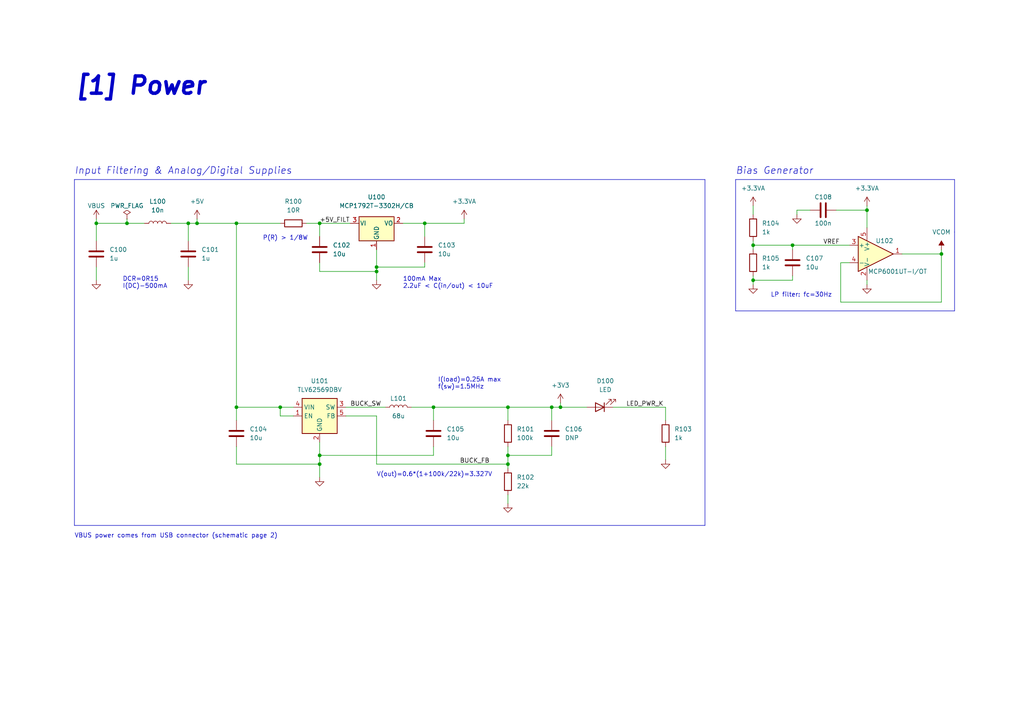
<source format=kicad_sch>
(kicad_sch (version 20230121) (generator eeschema)

  (uuid dc5ac5d0-8eca-472e-a1ba-5ebafc1a7d1a)

  (paper "A4")

  (title_block
    (title "Signalyzer")
    (date "11/4/2022")
    (rev "1")
    (company "Dylan Gutierrez")
  )

  (lib_symbols
    (symbol "Amplifier_Operational:MCP6001-OT" (pin_names (offset 0.127)) (in_bom yes) (on_board yes)
      (property "Reference" "U" (at -1.27 6.35 0)
        (effects (font (size 1.27 1.27)) (justify left))
      )
      (property "Value" "MCP6001-OT" (at -1.27 3.81 0)
        (effects (font (size 1.27 1.27)) (justify left))
      )
      (property "Footprint" "Package_TO_SOT_SMD:SOT-23-5" (at -2.54 -5.08 0)
        (effects (font (size 1.27 1.27)) (justify left) hide)
      )
      (property "Datasheet" "http://ww1.microchip.com/downloads/en/DeviceDoc/21733j.pdf" (at 0 5.08 0)
        (effects (font (size 1.27 1.27)) hide)
      )
      (property "ki_keywords" "single opamp" (at 0 0 0)
        (effects (font (size 1.27 1.27)) hide)
      )
      (property "ki_description" "1MHz, Low-Power Op Amp, SOT-23-5" (at 0 0 0)
        (effects (font (size 1.27 1.27)) hide)
      )
      (property "ki_fp_filters" "SOT?23*" (at 0 0 0)
        (effects (font (size 1.27 1.27)) hide)
      )
      (symbol "MCP6001-OT_0_1"
        (polyline
          (pts
            (xy -5.08 5.08)
            (xy 5.08 0)
            (xy -5.08 -5.08)
            (xy -5.08 5.08)
          )
          (stroke (width 0.254) (type default))
          (fill (type background))
        )
        (pin power_in line (at -2.54 -7.62 90) (length 3.81)
          (name "V-" (effects (font (size 1.27 1.27))))
          (number "2" (effects (font (size 1.27 1.27))))
        )
        (pin power_in line (at -2.54 7.62 270) (length 3.81)
          (name "V+" (effects (font (size 1.27 1.27))))
          (number "5" (effects (font (size 1.27 1.27))))
        )
      )
      (symbol "MCP6001-OT_1_1"
        (pin output line (at 7.62 0 180) (length 2.54)
          (name "~" (effects (font (size 1.27 1.27))))
          (number "1" (effects (font (size 1.27 1.27))))
        )
        (pin input line (at -7.62 2.54 0) (length 2.54)
          (name "+" (effects (font (size 1.27 1.27))))
          (number "3" (effects (font (size 1.27 1.27))))
        )
        (pin input line (at -7.62 -2.54 0) (length 2.54)
          (name "-" (effects (font (size 1.27 1.27))))
          (number "4" (effects (font (size 1.27 1.27))))
        )
      )
    )
    (symbol "Device:C" (pin_numbers hide) (pin_names (offset 0.254)) (in_bom yes) (on_board yes)
      (property "Reference" "C" (at 0.635 2.54 0)
        (effects (font (size 1.27 1.27)) (justify left))
      )
      (property "Value" "C" (at 0.635 -2.54 0)
        (effects (font (size 1.27 1.27)) (justify left))
      )
      (property "Footprint" "" (at 0.9652 -3.81 0)
        (effects (font (size 1.27 1.27)) hide)
      )
      (property "Datasheet" "~" (at 0 0 0)
        (effects (font (size 1.27 1.27)) hide)
      )
      (property "ki_keywords" "cap capacitor" (at 0 0 0)
        (effects (font (size 1.27 1.27)) hide)
      )
      (property "ki_description" "Unpolarized capacitor" (at 0 0 0)
        (effects (font (size 1.27 1.27)) hide)
      )
      (property "ki_fp_filters" "C_*" (at 0 0 0)
        (effects (font (size 1.27 1.27)) hide)
      )
      (symbol "C_0_1"
        (polyline
          (pts
            (xy -2.032 -0.762)
            (xy 2.032 -0.762)
          )
          (stroke (width 0.508) (type default))
          (fill (type none))
        )
        (polyline
          (pts
            (xy -2.032 0.762)
            (xy 2.032 0.762)
          )
          (stroke (width 0.508) (type default))
          (fill (type none))
        )
      )
      (symbol "C_1_1"
        (pin passive line (at 0 3.81 270) (length 2.794)
          (name "~" (effects (font (size 1.27 1.27))))
          (number "1" (effects (font (size 1.27 1.27))))
        )
        (pin passive line (at 0 -3.81 90) (length 2.794)
          (name "~" (effects (font (size 1.27 1.27))))
          (number "2" (effects (font (size 1.27 1.27))))
        )
      )
    )
    (symbol "Device:L" (pin_numbers hide) (pin_names (offset 1.016) hide) (in_bom yes) (on_board yes)
      (property "Reference" "L" (at -1.27 0 90)
        (effects (font (size 1.27 1.27)))
      )
      (property "Value" "L" (at 1.905 0 90)
        (effects (font (size 1.27 1.27)))
      )
      (property "Footprint" "" (at 0 0 0)
        (effects (font (size 1.27 1.27)) hide)
      )
      (property "Datasheet" "~" (at 0 0 0)
        (effects (font (size 1.27 1.27)) hide)
      )
      (property "ki_keywords" "inductor choke coil reactor magnetic" (at 0 0 0)
        (effects (font (size 1.27 1.27)) hide)
      )
      (property "ki_description" "Inductor" (at 0 0 0)
        (effects (font (size 1.27 1.27)) hide)
      )
      (property "ki_fp_filters" "Choke_* *Coil* Inductor_* L_*" (at 0 0 0)
        (effects (font (size 1.27 1.27)) hide)
      )
      (symbol "L_0_1"
        (arc (start 0 -2.54) (mid 0.6323 -1.905) (end 0 -1.27)
          (stroke (width 0) (type default))
          (fill (type none))
        )
        (arc (start 0 -1.27) (mid 0.6323 -0.635) (end 0 0)
          (stroke (width 0) (type default))
          (fill (type none))
        )
        (arc (start 0 0) (mid 0.6323 0.635) (end 0 1.27)
          (stroke (width 0) (type default))
          (fill (type none))
        )
        (arc (start 0 1.27) (mid 0.6323 1.905) (end 0 2.54)
          (stroke (width 0) (type default))
          (fill (type none))
        )
      )
      (symbol "L_1_1"
        (pin passive line (at 0 3.81 270) (length 1.27)
          (name "1" (effects (font (size 1.27 1.27))))
          (number "1" (effects (font (size 1.27 1.27))))
        )
        (pin passive line (at 0 -3.81 90) (length 1.27)
          (name "2" (effects (font (size 1.27 1.27))))
          (number "2" (effects (font (size 1.27 1.27))))
        )
      )
    )
    (symbol "Device:LED" (pin_numbers hide) (pin_names (offset 1.016) hide) (in_bom yes) (on_board yes)
      (property "Reference" "D" (at 0 2.54 0)
        (effects (font (size 1.27 1.27)))
      )
      (property "Value" "LED" (at 0 -2.54 0)
        (effects (font (size 1.27 1.27)))
      )
      (property "Footprint" "" (at 0 0 0)
        (effects (font (size 1.27 1.27)) hide)
      )
      (property "Datasheet" "~" (at 0 0 0)
        (effects (font (size 1.27 1.27)) hide)
      )
      (property "ki_keywords" "LED diode" (at 0 0 0)
        (effects (font (size 1.27 1.27)) hide)
      )
      (property "ki_description" "Light emitting diode" (at 0 0 0)
        (effects (font (size 1.27 1.27)) hide)
      )
      (property "ki_fp_filters" "LED* LED_SMD:* LED_THT:*" (at 0 0 0)
        (effects (font (size 1.27 1.27)) hide)
      )
      (symbol "LED_0_1"
        (polyline
          (pts
            (xy -1.27 -1.27)
            (xy -1.27 1.27)
          )
          (stroke (width 0.254) (type default))
          (fill (type none))
        )
        (polyline
          (pts
            (xy -1.27 0)
            (xy 1.27 0)
          )
          (stroke (width 0) (type default))
          (fill (type none))
        )
        (polyline
          (pts
            (xy 1.27 -1.27)
            (xy 1.27 1.27)
            (xy -1.27 0)
            (xy 1.27 -1.27)
          )
          (stroke (width 0.254) (type default))
          (fill (type none))
        )
        (polyline
          (pts
            (xy -3.048 -0.762)
            (xy -4.572 -2.286)
            (xy -3.81 -2.286)
            (xy -4.572 -2.286)
            (xy -4.572 -1.524)
          )
          (stroke (width 0) (type default))
          (fill (type none))
        )
        (polyline
          (pts
            (xy -1.778 -0.762)
            (xy -3.302 -2.286)
            (xy -2.54 -2.286)
            (xy -3.302 -2.286)
            (xy -3.302 -1.524)
          )
          (stroke (width 0) (type default))
          (fill (type none))
        )
      )
      (symbol "LED_1_1"
        (pin passive line (at -3.81 0 0) (length 2.54)
          (name "K" (effects (font (size 1.27 1.27))))
          (number "1" (effects (font (size 1.27 1.27))))
        )
        (pin passive line (at 3.81 0 180) (length 2.54)
          (name "A" (effects (font (size 1.27 1.27))))
          (number "2" (effects (font (size 1.27 1.27))))
        )
      )
    )
    (symbol "Device:R" (pin_numbers hide) (pin_names (offset 0)) (in_bom yes) (on_board yes)
      (property "Reference" "R" (at 2.032 0 90)
        (effects (font (size 1.27 1.27)))
      )
      (property "Value" "R" (at 0 0 90)
        (effects (font (size 1.27 1.27)))
      )
      (property "Footprint" "" (at -1.778 0 90)
        (effects (font (size 1.27 1.27)) hide)
      )
      (property "Datasheet" "~" (at 0 0 0)
        (effects (font (size 1.27 1.27)) hide)
      )
      (property "ki_keywords" "R res resistor" (at 0 0 0)
        (effects (font (size 1.27 1.27)) hide)
      )
      (property "ki_description" "Resistor" (at 0 0 0)
        (effects (font (size 1.27 1.27)) hide)
      )
      (property "ki_fp_filters" "R_*" (at 0 0 0)
        (effects (font (size 1.27 1.27)) hide)
      )
      (symbol "R_0_1"
        (rectangle (start -1.016 -2.54) (end 1.016 2.54)
          (stroke (width 0.254) (type default))
          (fill (type none))
        )
      )
      (symbol "R_1_1"
        (pin passive line (at 0 3.81 270) (length 1.27)
          (name "~" (effects (font (size 1.27 1.27))))
          (number "1" (effects (font (size 1.27 1.27))))
        )
        (pin passive line (at 0 -3.81 90) (length 1.27)
          (name "~" (effects (font (size 1.27 1.27))))
          (number "2" (effects (font (size 1.27 1.27))))
        )
      )
    )
    (symbol "Regulator_Linear:MCP1700-3302E_SOT23" (pin_names (offset 0.254)) (in_bom yes) (on_board yes)
      (property "Reference" "U" (at -3.81 3.175 0)
        (effects (font (size 1.27 1.27)))
      )
      (property "Value" "MCP1700-3302E_SOT23" (at 0 3.175 0)
        (effects (font (size 1.27 1.27)) (justify left))
      )
      (property "Footprint" "Package_TO_SOT_SMD:SOT-23" (at 0 5.715 0)
        (effects (font (size 1.27 1.27)) hide)
      )
      (property "Datasheet" "http://ww1.microchip.com/downloads/en/DeviceDoc/20001826D.pdf" (at 0 0 0)
        (effects (font (size 1.27 1.27)) hide)
      )
      (property "ki_keywords" "regulator linear ldo" (at 0 0 0)
        (effects (font (size 1.27 1.27)) hide)
      )
      (property "ki_description" "250mA Low Quiscent Current LDO, 3.3V output, SOT-23" (at 0 0 0)
        (effects (font (size 1.27 1.27)) hide)
      )
      (property "ki_fp_filters" "SOT?23*" (at 0 0 0)
        (effects (font (size 1.27 1.27)) hide)
      )
      (symbol "MCP1700-3302E_SOT23_0_1"
        (rectangle (start -5.08 1.905) (end 5.08 -5.08)
          (stroke (width 0.254) (type default))
          (fill (type background))
        )
      )
      (symbol "MCP1700-3302E_SOT23_1_1"
        (pin power_in line (at 0 -7.62 90) (length 2.54)
          (name "GND" (effects (font (size 1.27 1.27))))
          (number "1" (effects (font (size 1.27 1.27))))
        )
        (pin power_out line (at 7.62 0 180) (length 2.54)
          (name "VO" (effects (font (size 1.27 1.27))))
          (number "2" (effects (font (size 1.27 1.27))))
        )
        (pin power_in line (at -7.62 0 0) (length 2.54)
          (name "VI" (effects (font (size 1.27 1.27))))
          (number "3" (effects (font (size 1.27 1.27))))
        )
      )
    )
    (symbol "Regulator_Switching:TLV62569DBV" (in_bom yes) (on_board yes)
      (property "Reference" "U" (at -5.08 6.35 0)
        (effects (font (size 1.27 1.27)) (justify left))
      )
      (property "Value" "TLV62569DBV" (at 0 6.35 0)
        (effects (font (size 1.27 1.27)) (justify left))
      )
      (property "Footprint" "Package_TO_SOT_SMD:SOT-23-5" (at 1.27 -6.35 0)
        (effects (font (size 1.27 1.27) italic) (justify left) hide)
      )
      (property "Datasheet" "http://www.ti.com/lit/ds/symlink/tlv62569.pdf" (at -6.35 11.43 0)
        (effects (font (size 1.27 1.27)) hide)
      )
      (property "ki_keywords" "Step-Down Buck DC-DC Regulator Adjustable" (at 0 0 0)
        (effects (font (size 1.27 1.27)) hide)
      )
      (property "ki_description" "High Efficiency Synchronous Buck Converter, Adjustable Output 0.6V-5.5V, 2A, SOT-23-5" (at 0 0 0)
        (effects (font (size 1.27 1.27)) hide)
      )
      (property "ki_fp_filters" "SOT?23*" (at 0 0 0)
        (effects (font (size 1.27 1.27)) hide)
      )
      (symbol "TLV62569DBV_0_1"
        (rectangle (start -5.08 5.08) (end 5.08 -5.08)
          (stroke (width 0.254) (type default))
          (fill (type background))
        )
      )
      (symbol "TLV62569DBV_1_1"
        (pin input line (at -7.62 0 0) (length 2.54)
          (name "EN" (effects (font (size 1.27 1.27))))
          (number "1" (effects (font (size 1.27 1.27))))
        )
        (pin power_in line (at 0 -7.62 90) (length 2.54)
          (name "GND" (effects (font (size 1.27 1.27))))
          (number "2" (effects (font (size 1.27 1.27))))
        )
        (pin power_out line (at 7.62 2.54 180) (length 2.54)
          (name "SW" (effects (font (size 1.27 1.27))))
          (number "3" (effects (font (size 1.27 1.27))))
        )
        (pin power_in line (at -7.62 2.54 0) (length 2.54)
          (name "VIN" (effects (font (size 1.27 1.27))))
          (number "4" (effects (font (size 1.27 1.27))))
        )
        (pin input line (at 7.62 0 180) (length 2.54)
          (name "FB" (effects (font (size 1.27 1.27))))
          (number "5" (effects (font (size 1.27 1.27))))
        )
      )
    )
    (symbol "power:+3.3V" (power) (pin_names (offset 0)) (in_bom yes) (on_board yes)
      (property "Reference" "#PWR" (at 0 -3.81 0)
        (effects (font (size 1.27 1.27)) hide)
      )
      (property "Value" "+3.3V" (at 0 3.556 0)
        (effects (font (size 1.27 1.27)))
      )
      (property "Footprint" "" (at 0 0 0)
        (effects (font (size 1.27 1.27)) hide)
      )
      (property "Datasheet" "" (at 0 0 0)
        (effects (font (size 1.27 1.27)) hide)
      )
      (property "ki_keywords" "power-flag" (at 0 0 0)
        (effects (font (size 1.27 1.27)) hide)
      )
      (property "ki_description" "Power symbol creates a global label with name \"+3.3V\"" (at 0 0 0)
        (effects (font (size 1.27 1.27)) hide)
      )
      (symbol "+3.3V_0_1"
        (polyline
          (pts
            (xy -0.762 1.27)
            (xy 0 2.54)
          )
          (stroke (width 0) (type default))
          (fill (type none))
        )
        (polyline
          (pts
            (xy 0 0)
            (xy 0 2.54)
          )
          (stroke (width 0) (type default))
          (fill (type none))
        )
        (polyline
          (pts
            (xy 0 2.54)
            (xy 0.762 1.27)
          )
          (stroke (width 0) (type default))
          (fill (type none))
        )
      )
      (symbol "+3.3V_1_1"
        (pin power_in line (at 0 0 90) (length 0) hide
          (name "+3V3" (effects (font (size 1.27 1.27))))
          (number "1" (effects (font (size 1.27 1.27))))
        )
      )
    )
    (symbol "power:+3.3VA" (power) (pin_names (offset 0)) (in_bom yes) (on_board yes)
      (property "Reference" "#PWR" (at 0 -3.81 0)
        (effects (font (size 1.27 1.27)) hide)
      )
      (property "Value" "+3.3VA" (at 0 3.556 0)
        (effects (font (size 1.27 1.27)))
      )
      (property "Footprint" "" (at 0 0 0)
        (effects (font (size 1.27 1.27)) hide)
      )
      (property "Datasheet" "" (at 0 0 0)
        (effects (font (size 1.27 1.27)) hide)
      )
      (property "ki_keywords" "power-flag" (at 0 0 0)
        (effects (font (size 1.27 1.27)) hide)
      )
      (property "ki_description" "Power symbol creates a global label with name \"+3.3VA\"" (at 0 0 0)
        (effects (font (size 1.27 1.27)) hide)
      )
      (symbol "+3.3VA_0_1"
        (polyline
          (pts
            (xy -0.762 1.27)
            (xy 0 2.54)
          )
          (stroke (width 0) (type default))
          (fill (type none))
        )
        (polyline
          (pts
            (xy 0 0)
            (xy 0 2.54)
          )
          (stroke (width 0) (type default))
          (fill (type none))
        )
        (polyline
          (pts
            (xy 0 2.54)
            (xy 0.762 1.27)
          )
          (stroke (width 0) (type default))
          (fill (type none))
        )
      )
      (symbol "+3.3VA_1_1"
        (pin power_in line (at 0 0 90) (length 0) hide
          (name "+3.3VA" (effects (font (size 1.27 1.27))))
          (number "1" (effects (font (size 1.27 1.27))))
        )
      )
    )
    (symbol "power:+5V" (power) (pin_names (offset 0)) (in_bom yes) (on_board yes)
      (property "Reference" "#PWR" (at 0 -3.81 0)
        (effects (font (size 1.27 1.27)) hide)
      )
      (property "Value" "+5V" (at 0 3.556 0)
        (effects (font (size 1.27 1.27)))
      )
      (property "Footprint" "" (at 0 0 0)
        (effects (font (size 1.27 1.27)) hide)
      )
      (property "Datasheet" "" (at 0 0 0)
        (effects (font (size 1.27 1.27)) hide)
      )
      (property "ki_keywords" "power-flag" (at 0 0 0)
        (effects (font (size 1.27 1.27)) hide)
      )
      (property "ki_description" "Power symbol creates a global label with name \"+5V\"" (at 0 0 0)
        (effects (font (size 1.27 1.27)) hide)
      )
      (symbol "+5V_0_1"
        (polyline
          (pts
            (xy -0.762 1.27)
            (xy 0 2.54)
          )
          (stroke (width 0) (type default))
          (fill (type none))
        )
        (polyline
          (pts
            (xy 0 0)
            (xy 0 2.54)
          )
          (stroke (width 0) (type default))
          (fill (type none))
        )
        (polyline
          (pts
            (xy 0 2.54)
            (xy 0.762 1.27)
          )
          (stroke (width 0) (type default))
          (fill (type none))
        )
      )
      (symbol "+5V_1_1"
        (pin power_in line (at 0 0 90) (length 0) hide
          (name "+5V" (effects (font (size 1.27 1.27))))
          (number "1" (effects (font (size 1.27 1.27))))
        )
      )
    )
    (symbol "power:GND" (power) (pin_names (offset 0)) (in_bom yes) (on_board yes)
      (property "Reference" "#PWR" (at 0 -6.35 0)
        (effects (font (size 1.27 1.27)) hide)
      )
      (property "Value" "GND" (at 0 -3.81 0)
        (effects (font (size 1.27 1.27)))
      )
      (property "Footprint" "" (at 0 0 0)
        (effects (font (size 1.27 1.27)) hide)
      )
      (property "Datasheet" "" (at 0 0 0)
        (effects (font (size 1.27 1.27)) hide)
      )
      (property "ki_keywords" "power-flag" (at 0 0 0)
        (effects (font (size 1.27 1.27)) hide)
      )
      (property "ki_description" "Power symbol creates a global label with name \"GND\" , ground" (at 0 0 0)
        (effects (font (size 1.27 1.27)) hide)
      )
      (symbol "GND_0_1"
        (polyline
          (pts
            (xy 0 0)
            (xy 0 -1.27)
            (xy 1.27 -1.27)
            (xy 0 -2.54)
            (xy -1.27 -1.27)
            (xy 0 -1.27)
          )
          (stroke (width 0) (type default))
          (fill (type none))
        )
      )
      (symbol "GND_1_1"
        (pin power_in line (at 0 0 270) (length 0) hide
          (name "GND" (effects (font (size 1.27 1.27))))
          (number "1" (effects (font (size 1.27 1.27))))
        )
      )
    )
    (symbol "power:PWR_FLAG" (power) (pin_numbers hide) (pin_names (offset 0) hide) (in_bom yes) (on_board yes)
      (property "Reference" "#FLG" (at 0 1.905 0)
        (effects (font (size 1.27 1.27)) hide)
      )
      (property "Value" "PWR_FLAG" (at 0 3.81 0)
        (effects (font (size 1.27 1.27)))
      )
      (property "Footprint" "" (at 0 0 0)
        (effects (font (size 1.27 1.27)) hide)
      )
      (property "Datasheet" "~" (at 0 0 0)
        (effects (font (size 1.27 1.27)) hide)
      )
      (property "ki_keywords" "power-flag" (at 0 0 0)
        (effects (font (size 1.27 1.27)) hide)
      )
      (property "ki_description" "Special symbol for telling ERC where power comes from" (at 0 0 0)
        (effects (font (size 1.27 1.27)) hide)
      )
      (symbol "PWR_FLAG_0_0"
        (pin power_out line (at 0 0 90) (length 0)
          (name "pwr" (effects (font (size 1.27 1.27))))
          (number "1" (effects (font (size 1.27 1.27))))
        )
      )
      (symbol "PWR_FLAG_0_1"
        (polyline
          (pts
            (xy 0 0)
            (xy 0 1.27)
            (xy -1.016 1.905)
            (xy 0 2.54)
            (xy 1.016 1.905)
            (xy 0 1.27)
          )
          (stroke (width 0) (type default))
          (fill (type none))
        )
      )
    )
    (symbol "power:VBUS" (power) (pin_names (offset 0)) (in_bom yes) (on_board yes)
      (property "Reference" "#PWR" (at 0 -3.81 0)
        (effects (font (size 1.27 1.27)) hide)
      )
      (property "Value" "VBUS" (at 0 3.81 0)
        (effects (font (size 1.27 1.27)))
      )
      (property "Footprint" "" (at 0 0 0)
        (effects (font (size 1.27 1.27)) hide)
      )
      (property "Datasheet" "" (at 0 0 0)
        (effects (font (size 1.27 1.27)) hide)
      )
      (property "ki_keywords" "power-flag" (at 0 0 0)
        (effects (font (size 1.27 1.27)) hide)
      )
      (property "ki_description" "Power symbol creates a global label with name \"VBUS\"" (at 0 0 0)
        (effects (font (size 1.27 1.27)) hide)
      )
      (symbol "VBUS_0_1"
        (polyline
          (pts
            (xy -0.762 1.27)
            (xy 0 2.54)
          )
          (stroke (width 0) (type default))
          (fill (type none))
        )
        (polyline
          (pts
            (xy 0 0)
            (xy 0 2.54)
          )
          (stroke (width 0) (type default))
          (fill (type none))
        )
        (polyline
          (pts
            (xy 0 2.54)
            (xy 0.762 1.27)
          )
          (stroke (width 0) (type default))
          (fill (type none))
        )
      )
      (symbol "VBUS_1_1"
        (pin power_in line (at 0 0 90) (length 0) hide
          (name "VBUS" (effects (font (size 1.27 1.27))))
          (number "1" (effects (font (size 1.27 1.27))))
        )
      )
    )
    (symbol "power:VCOM" (power) (pin_names (offset 0)) (in_bom yes) (on_board yes)
      (property "Reference" "#PWR" (at 0 -3.81 0)
        (effects (font (size 1.27 1.27)) hide)
      )
      (property "Value" "VCOM" (at 0 3.81 0)
        (effects (font (size 1.27 1.27)))
      )
      (property "Footprint" "" (at 0 0 0)
        (effects (font (size 1.27 1.27)) hide)
      )
      (property "Datasheet" "" (at 0 0 0)
        (effects (font (size 1.27 1.27)) hide)
      )
      (property "ki_keywords" "power-flag" (at 0 0 0)
        (effects (font (size 1.27 1.27)) hide)
      )
      (property "ki_description" "Power symbol creates a global label with name \"VCOM\"" (at 0 0 0)
        (effects (font (size 1.27 1.27)) hide)
      )
      (symbol "VCOM_0_1"
        (polyline
          (pts
            (xy 0 0)
            (xy 0 2.54)
          )
          (stroke (width 0) (type default))
          (fill (type none))
        )
        (polyline
          (pts
            (xy 0.762 1.27)
            (xy -0.762 1.27)
            (xy 0 2.54)
            (xy 0.762 1.27)
          )
          (stroke (width 0) (type default))
          (fill (type outline))
        )
      )
      (symbol "VCOM_1_1"
        (pin power_in line (at 0 0 90) (length 0) hide
          (name "VCOM" (effects (font (size 1.27 1.27))))
          (number "1" (effects (font (size 1.27 1.27))))
        )
      )
    )
  )

  (junction (at 81.28 118.11) (diameter 0) (color 0 0 0 0)
    (uuid 03bce963-850f-4fd8-a445-0d23a89e4216)
  )
  (junction (at 109.22 77.47) (diameter 0) (color 0 0 0 0)
    (uuid 05201f3c-6177-4dc0-ba51-3472f243b6a8)
  )
  (junction (at 251.46 60.96) (diameter 0) (color 0 0 0 0)
    (uuid 0c71aaad-466f-47b2-8ef0-c23a3c0b3beb)
  )
  (junction (at 36.83 64.77) (diameter 0) (color 0 0 0 0)
    (uuid 2179af22-a62a-4bf3-aade-ec222b8c3bad)
  )
  (junction (at 147.32 118.11) (diameter 0) (color 0 0 0 0)
    (uuid 3fbabb0e-2466-4b56-b041-793ee81e6f2a)
  )
  (junction (at 218.44 81.28) (diameter 0) (color 0 0 0 0)
    (uuid 459831d3-f91a-4744-97f6-fab37ffa94e6)
  )
  (junction (at 109.22 78.74) (diameter 0) (color 0 0 0 0)
    (uuid 4cd8d3da-b3fb-41c6-8ab9-83cdbbdb5446)
  )
  (junction (at 57.15 64.77) (diameter 0) (color 0 0 0 0)
    (uuid 5191acf5-7059-4c67-8fc5-3cb3ea549904)
  )
  (junction (at 162.56 118.11) (diameter 0) (color 0 0 0 0)
    (uuid 56ad0fbd-7fe0-4dfc-a858-c3ad3688c5b2)
  )
  (junction (at 54.61 64.77) (diameter 0) (color 0 0 0 0)
    (uuid 578d76b0-eb76-4a07-a024-d0ac1144e488)
  )
  (junction (at 92.71 132.08) (diameter 0) (color 0 0 0 0)
    (uuid 5856b168-0a34-4d1d-b4de-c96fad5986af)
  )
  (junction (at 160.02 118.11) (diameter 0) (color 0 0 0 0)
    (uuid 649051d8-4f76-4bef-a831-45b0f40f6a06)
  )
  (junction (at 92.71 134.62) (diameter 0) (color 0 0 0 0)
    (uuid 667e6686-6b78-42ab-a099-efcb73802fa3)
  )
  (junction (at 92.71 64.77) (diameter 0) (color 0 0 0 0)
    (uuid 73ad8fd2-4a45-4310-ab8f-7dbfc21cf14b)
  )
  (junction (at 229.87 71.12) (diameter 0) (color 0 0 0 0)
    (uuid 882b3ee3-cbfc-4240-8575-d77c09958e60)
  )
  (junction (at 125.73 118.11) (diameter 0) (color 0 0 0 0)
    (uuid 9ac6fbf4-1e3d-4d28-8622-591db2f467f7)
  )
  (junction (at 68.58 64.77) (diameter 0) (color 0 0 0 0)
    (uuid 9c974b2b-160e-44f6-ab20-bcfb04286ae4)
  )
  (junction (at 147.32 134.62) (diameter 0) (color 0 0 0 0)
    (uuid a5a7b3bd-3354-47aa-ba51-7d89bf0c644d)
  )
  (junction (at 68.58 118.11) (diameter 0) (color 0 0 0 0)
    (uuid b0390b2b-d9d7-4a95-8119-5c108a60b3ef)
  )
  (junction (at 123.19 64.77) (diameter 0) (color 0 0 0 0)
    (uuid c59290d5-a8cd-4c7d-852d-ca84ecf79331)
  )
  (junction (at 218.44 71.12) (diameter 0) (color 0 0 0 0)
    (uuid d9c3f59c-1de4-45d5-8376-7eb2e86738f1)
  )
  (junction (at 27.94 64.77) (diameter 0) (color 0 0 0 0)
    (uuid df31821f-2613-4fd1-adf9-3a223dfbeda6)
  )
  (junction (at 273.05 73.66) (diameter 0) (color 0 0 0 0)
    (uuid f0b59343-8050-46af-b40c-bcea99f0882b)
  )
  (junction (at 147.32 132.08) (diameter 0) (color 0 0 0 0)
    (uuid f5451c86-5340-4e0a-ab66-758ecfdfea5e)
  )

  (wire (pts (xy 218.44 59.69) (xy 218.44 62.23))
    (stroke (width 0) (type default))
    (uuid 02ab87c7-e280-4315-9376-ec7bcc6a561e)
  )
  (wire (pts (xy 54.61 64.77) (xy 54.61 69.85))
    (stroke (width 0) (type default))
    (uuid 03b3c8f7-8c69-46ab-9657-ae2ad1469469)
  )
  (wire (pts (xy 229.87 71.12) (xy 218.44 71.12))
    (stroke (width 0) (type default))
    (uuid 05df4453-83ab-4ea6-b0b9-5a079f443fda)
  )
  (wire (pts (xy 218.44 71.12) (xy 218.44 72.39))
    (stroke (width 0) (type default))
    (uuid 06d53003-d5b0-46a2-a211-e575d678f254)
  )
  (wire (pts (xy 57.15 64.77) (xy 68.58 64.77))
    (stroke (width 0) (type default))
    (uuid 11c34085-a496-4198-9cbf-43dd8521f607)
  )
  (wire (pts (xy 92.71 134.62) (xy 92.71 138.43))
    (stroke (width 0) (type default))
    (uuid 16942744-d64e-4b7c-bffb-b16fbc559c34)
  )
  (wire (pts (xy 218.44 81.28) (xy 218.44 82.55))
    (stroke (width 0) (type default))
    (uuid 177e94f8-9020-4734-9da5-5315cf41dd73)
  )
  (wire (pts (xy 193.04 129.54) (xy 193.04 133.35))
    (stroke (width 0) (type default))
    (uuid 1ab2a8b7-094c-4b37-943f-cf38a3ec4c5a)
  )
  (wire (pts (xy 27.94 64.77) (xy 36.83 64.77))
    (stroke (width 0) (type default))
    (uuid 1c77ff4b-1af2-4557-82df-bd106eaac0aa)
  )
  (wire (pts (xy 273.05 73.66) (xy 273.05 87.63))
    (stroke (width 0) (type default))
    (uuid 1efaa3e5-0835-464d-a799-d5a2372310ba)
  )
  (wire (pts (xy 147.32 118.11) (xy 160.02 118.11))
    (stroke (width 0) (type default))
    (uuid 2435f672-b415-42c4-a39d-c24d64b67a36)
  )
  (wire (pts (xy 27.94 63.5) (xy 27.94 64.77))
    (stroke (width 0) (type default))
    (uuid 2739cadb-6a06-4e7b-800c-0943c270bfef)
  )
  (wire (pts (xy 92.71 64.77) (xy 92.71 68.58))
    (stroke (width 0) (type default))
    (uuid 282208b0-1ea4-43d8-bb8b-357423c91002)
  )
  (wire (pts (xy 242.57 60.96) (xy 251.46 60.96))
    (stroke (width 0) (type default))
    (uuid 3450883a-4648-4bc1-bad4-5bd222805163)
  )
  (wire (pts (xy 147.32 134.62) (xy 147.32 135.89))
    (stroke (width 0) (type default))
    (uuid 36551cdd-86fc-4194-bdc9-98e6fde1ffbc)
  )
  (wire (pts (xy 92.71 76.2) (xy 92.71 78.74))
    (stroke (width 0) (type default))
    (uuid 3855d747-de05-4d18-9df7-372c8cf15479)
  )
  (wire (pts (xy 100.33 118.11) (xy 111.76 118.11))
    (stroke (width 0) (type default))
    (uuid 3c5b1de7-390d-4ad4-8674-ec4ac2f95382)
  )
  (polyline (pts (xy 276.86 67.31) (xy 276.86 90.17))
    (stroke (width 0) (type default))
    (uuid 3c85b2e2-80da-48a6-a1cc-4f3c4109f71e)
  )

  (wire (pts (xy 27.94 64.77) (xy 27.94 69.85))
    (stroke (width 0) (type default))
    (uuid 3dc036ce-a0ab-4bc4-8529-cd0e5f01c334)
  )
  (wire (pts (xy 88.9 64.77) (xy 92.71 64.77))
    (stroke (width 0) (type default))
    (uuid 3dff9b8e-39c1-4648-858b-dab6a461e63d)
  )
  (wire (pts (xy 68.58 118.11) (xy 81.28 118.11))
    (stroke (width 0) (type default))
    (uuid 41c1a549-5e9a-4763-9c6e-91a609bfeff3)
  )
  (wire (pts (xy 54.61 77.47) (xy 54.61 81.28))
    (stroke (width 0) (type default))
    (uuid 48658dfe-0f3e-48aa-8f58-6b9d9a5dc4eb)
  )
  (wire (pts (xy 123.19 76.2) (xy 123.19 77.47))
    (stroke (width 0) (type default))
    (uuid 48cd93d5-edc2-4f2b-8831-a6fa8cdd358d)
  )
  (wire (pts (xy 251.46 59.69) (xy 251.46 60.96))
    (stroke (width 0) (type default))
    (uuid 4f46ee15-e1d4-4443-a6f4-d6c4ab7eebd3)
  )
  (wire (pts (xy 68.58 118.11) (xy 68.58 121.92))
    (stroke (width 0) (type default))
    (uuid 4fea202a-f917-44d9-986a-ff7a811ff17b)
  )
  (wire (pts (xy 109.22 78.74) (xy 109.22 81.28))
    (stroke (width 0) (type default))
    (uuid 50e35390-ecdc-492f-a324-44f871116134)
  )
  (wire (pts (xy 109.22 120.65) (xy 100.33 120.65))
    (stroke (width 0) (type default))
    (uuid 51f84d42-4a8e-4786-ab2b-16e3a2138e00)
  )
  (wire (pts (xy 218.44 80.01) (xy 218.44 81.28))
    (stroke (width 0) (type default))
    (uuid 54b00490-6c18-4999-b2bc-36d415250322)
  )
  (wire (pts (xy 251.46 81.28) (xy 251.46 82.55))
    (stroke (width 0) (type default))
    (uuid 54c6577f-2afa-4df0-ae7c-744a0f45e8cd)
  )
  (wire (pts (xy 218.44 69.85) (xy 218.44 71.12))
    (stroke (width 0) (type default))
    (uuid 5608f6a8-59be-4823-96ba-6061007fa874)
  )
  (wire (pts (xy 125.73 118.11) (xy 147.32 118.11))
    (stroke (width 0) (type default))
    (uuid 5966aa2d-b121-47d8-8b25-da27b303aff1)
  )
  (wire (pts (xy 68.58 134.62) (xy 92.71 134.62))
    (stroke (width 0) (type default))
    (uuid 598c0150-ce6e-480c-89ec-de3ff637ff49)
  )
  (wire (pts (xy 231.14 60.96) (xy 231.14 62.23))
    (stroke (width 0) (type default))
    (uuid 59988bc5-df7e-4a46-91b4-7696ab0c7d8a)
  )
  (wire (pts (xy 36.83 64.77) (xy 41.91 64.77))
    (stroke (width 0) (type default))
    (uuid 6285790f-d423-4324-8010-7cdc9846e487)
  )
  (wire (pts (xy 57.15 63.5) (xy 57.15 64.77))
    (stroke (width 0) (type default))
    (uuid 64592e75-4721-43b2-80fe-33046ef08a14)
  )
  (wire (pts (xy 68.58 129.54) (xy 68.58 134.62))
    (stroke (width 0) (type default))
    (uuid 66056cbf-e4b4-458d-be34-c7d600c64547)
  )
  (wire (pts (xy 251.46 60.96) (xy 251.46 66.04))
    (stroke (width 0) (type default))
    (uuid 67ba4269-17f2-4213-9834-8b11f105ea04)
  )
  (wire (pts (xy 119.38 118.11) (xy 125.73 118.11))
    (stroke (width 0) (type default))
    (uuid 6d7871f9-92f2-4c34-b068-d500e787abfa)
  )
  (wire (pts (xy 273.05 72.39) (xy 273.05 73.66))
    (stroke (width 0) (type default))
    (uuid 6fb4ce44-91e3-4591-bdd1-c824215f8845)
  )
  (wire (pts (xy 92.71 64.77) (xy 101.6 64.77))
    (stroke (width 0) (type default))
    (uuid 734e0b88-9c6e-4523-9672-f0a7a8bc51ca)
  )
  (wire (pts (xy 160.02 118.11) (xy 162.56 118.11))
    (stroke (width 0) (type default))
    (uuid 7d76fa80-9716-4d4a-89dc-459191d23ece)
  )
  (wire (pts (xy 123.19 77.47) (xy 109.22 77.47))
    (stroke (width 0) (type default))
    (uuid 840c429d-4903-45e3-90b4-c4cf6c82a185)
  )
  (wire (pts (xy 243.84 87.63) (xy 243.84 76.2))
    (stroke (width 0) (type default))
    (uuid 879cd4c1-09cd-4c3e-af4b-5f6acb7d8b8c)
  )
  (wire (pts (xy 234.95 60.96) (xy 231.14 60.96))
    (stroke (width 0) (type default))
    (uuid 8b6d8464-690a-4ab9-8e84-05fa166ca0a9)
  )
  (wire (pts (xy 229.87 81.28) (xy 218.44 81.28))
    (stroke (width 0) (type default))
    (uuid 8f6fbca6-42ae-4f4d-88e6-29cbd10ae33f)
  )
  (wire (pts (xy 160.02 129.54) (xy 160.02 132.08))
    (stroke (width 0) (type default))
    (uuid 967fa3f2-da15-458f-aef6-ad0ecde35d35)
  )
  (wire (pts (xy 160.02 132.08) (xy 147.32 132.08))
    (stroke (width 0) (type default))
    (uuid 970cffa2-63c7-49ca-b1c6-98a3a70b3c9f)
  )
  (wire (pts (xy 193.04 118.11) (xy 193.04 121.92))
    (stroke (width 0) (type default))
    (uuid 97b5fa23-edef-4f6a-b65f-479be3a2b530)
  )
  (polyline (pts (xy 21.59 52.07) (xy 21.59 152.4))
    (stroke (width 0) (type default))
    (uuid 98740461-48f4-4e72-9068-2ad155e0ca12)
  )

  (wire (pts (xy 81.28 120.65) (xy 85.09 120.65))
    (stroke (width 0) (type default))
    (uuid 9d0d7052-ea08-4e1a-b12c-972dc130aedb)
  )
  (wire (pts (xy 68.58 64.77) (xy 81.28 64.77))
    (stroke (width 0) (type default))
    (uuid 9def4988-7d5c-4f94-92c7-98373fb3e314)
  )
  (wire (pts (xy 109.22 72.39) (xy 109.22 77.47))
    (stroke (width 0) (type default))
    (uuid a1051f6a-412a-4491-b8dd-db95f3a5cd62)
  )
  (wire (pts (xy 243.84 76.2) (xy 246.38 76.2))
    (stroke (width 0) (type default))
    (uuid a56b97ec-1e58-4f52-8a6b-620e8f85bdb6)
  )
  (wire (pts (xy 246.38 71.12) (xy 229.87 71.12))
    (stroke (width 0) (type default))
    (uuid a57f9d22-a545-4f00-894e-18000aef4f7f)
  )
  (wire (pts (xy 147.32 121.92) (xy 147.32 118.11))
    (stroke (width 0) (type default))
    (uuid a63233e9-c0dc-4b26-9e80-ee08763c0f3c)
  )
  (wire (pts (xy 162.56 116.84) (xy 162.56 118.11))
    (stroke (width 0) (type default))
    (uuid a68b9ab0-5334-4676-aa43-a363a3bebc08)
  )
  (polyline (pts (xy 204.47 52.07) (xy 204.47 152.4))
    (stroke (width 0) (type default))
    (uuid a935c0a2-37bf-46ee-9cda-4b609cc9c7e6)
  )

  (wire (pts (xy 147.32 143.51) (xy 147.32 146.05))
    (stroke (width 0) (type default))
    (uuid a9b3259e-b1ae-43f2-9631-d80d4167f8aa)
  )
  (wire (pts (xy 36.83 63.5) (xy 36.83 64.77))
    (stroke (width 0) (type default))
    (uuid aa02f4f2-f47e-4567-b7e0-ca233a8c9dd5)
  )
  (wire (pts (xy 125.73 118.11) (xy 125.73 121.92))
    (stroke (width 0) (type default))
    (uuid b08af3a7-9d13-49fc-a34d-c785a289fec8)
  )
  (polyline (pts (xy 213.36 90.17) (xy 276.86 90.17))
    (stroke (width 0) (type default))
    (uuid b18b6b32-6ce7-405b-9e41-05bf669f5a11)
  )
  (polyline (pts (xy 276.86 52.07) (xy 213.36 52.07))
    (stroke (width 0) (type default))
    (uuid b39bbf3f-e571-46bf-9c8a-404b61ed4ceb)
  )

  (wire (pts (xy 68.58 64.77) (xy 68.58 118.11))
    (stroke (width 0) (type default))
    (uuid b448b65a-b9ce-4d41-a268-c6379f38e6d9)
  )
  (wire (pts (xy 147.32 132.08) (xy 147.32 134.62))
    (stroke (width 0) (type default))
    (uuid b768ca33-e8cf-4bee-88db-8c554de1539d)
  )
  (wire (pts (xy 160.02 118.11) (xy 160.02 121.92))
    (stroke (width 0) (type default))
    (uuid b9ed06bb-5b03-4d25-82b7-1627825f6a3a)
  )
  (wire (pts (xy 125.73 129.54) (xy 125.73 132.08))
    (stroke (width 0) (type default))
    (uuid bb1841d3-40ba-449b-8ad4-a40def086ea8)
  )
  (wire (pts (xy 162.56 118.11) (xy 170.18 118.11))
    (stroke (width 0) (type default))
    (uuid bc920f71-0582-45df-8880-2ca407947ef6)
  )
  (polyline (pts (xy 21.59 52.07) (xy 204.47 52.07))
    (stroke (width 0) (type default))
    (uuid bd65c36a-a44c-4ab4-abe9-8a16714027d6)
  )

  (wire (pts (xy 123.19 64.77) (xy 134.62 64.77))
    (stroke (width 0) (type default))
    (uuid bfc72cad-aac6-43f0-95ad-4fbcc4105aee)
  )
  (wire (pts (xy 229.87 80.01) (xy 229.87 81.28))
    (stroke (width 0) (type default))
    (uuid c3fc3abe-17cf-44a8-b402-cecc44ee7b85)
  )
  (polyline (pts (xy 204.47 152.4) (xy 21.59 152.4))
    (stroke (width 0) (type default))
    (uuid c4e40f14-f0b1-4e4e-a1b5-e48b27ba1eae)
  )

  (wire (pts (xy 92.71 128.27) (xy 92.71 132.08))
    (stroke (width 0) (type default))
    (uuid c66f5ba2-cf92-435e-b0ce-657beddfb943)
  )
  (polyline (pts (xy 213.36 52.07) (xy 213.36 90.17))
    (stroke (width 0) (type default))
    (uuid c91ded9d-f892-43c4-b154-43836735ac7e)
  )

  (wire (pts (xy 92.71 132.08) (xy 125.73 132.08))
    (stroke (width 0) (type default))
    (uuid c94c8c83-40c0-4974-bba4-0ef1a0016add)
  )
  (wire (pts (xy 27.94 77.47) (xy 27.94 81.28))
    (stroke (width 0) (type default))
    (uuid d57ad0eb-05c1-4fea-b484-7fc679287a77)
  )
  (wire (pts (xy 147.32 134.62) (xy 109.22 134.62))
    (stroke (width 0) (type default))
    (uuid d675502f-7747-46e9-a25a-ed93f9d5bd8e)
  )
  (wire (pts (xy 109.22 77.47) (xy 109.22 78.74))
    (stroke (width 0) (type default))
    (uuid d97c754a-c1c5-4776-b5df-e7b741f8dbb4)
  )
  (wire (pts (xy 229.87 71.12) (xy 229.87 72.39))
    (stroke (width 0) (type default))
    (uuid da762760-1b05-4375-b3aa-c5a37a8871d1)
  )
  (wire (pts (xy 109.22 134.62) (xy 109.22 120.65))
    (stroke (width 0) (type default))
    (uuid db89ada1-e7cb-4a79-9c45-eed2864a6423)
  )
  (wire (pts (xy 54.61 64.77) (xy 57.15 64.77))
    (stroke (width 0) (type default))
    (uuid dd95ff42-e814-43ae-aec6-057aec2b872a)
  )
  (wire (pts (xy 49.53 64.77) (xy 54.61 64.77))
    (stroke (width 0) (type default))
    (uuid dfc195f2-48af-41ce-ab97-d14cfcfab895)
  )
  (wire (pts (xy 134.62 63.5) (xy 134.62 64.77))
    (stroke (width 0) (type default))
    (uuid e08d0627-7ec7-4273-a86a-0593cb37b2c3)
  )
  (wire (pts (xy 123.19 64.77) (xy 123.19 68.58))
    (stroke (width 0) (type default))
    (uuid e1a4b273-c34b-44ec-9d68-67b2f812cc43)
  )
  (wire (pts (xy 116.84 64.77) (xy 123.19 64.77))
    (stroke (width 0) (type default))
    (uuid e23eb103-076b-4caa-b33a-5171aa91f594)
  )
  (wire (pts (xy 81.28 118.11) (xy 81.28 120.65))
    (stroke (width 0) (type default))
    (uuid e4f38143-507d-4c38-984d-206dd1dc9c5c)
  )
  (wire (pts (xy 177.8 118.11) (xy 193.04 118.11))
    (stroke (width 0) (type default))
    (uuid e614159b-c181-438c-9ff3-8c99b47a257a)
  )
  (wire (pts (xy 261.62 73.66) (xy 273.05 73.66))
    (stroke (width 0) (type default))
    (uuid e7f157f1-4a94-4efc-aaf7-d3df1b8b11f3)
  )
  (wire (pts (xy 147.32 129.54) (xy 147.32 132.08))
    (stroke (width 0) (type default))
    (uuid e8b455e8-3da9-404f-84ca-be974f9b81aa)
  )
  (wire (pts (xy 92.71 132.08) (xy 92.71 134.62))
    (stroke (width 0) (type default))
    (uuid ebde988d-0c8b-490a-8d83-bcde9191a908)
  )
  (wire (pts (xy 81.28 118.11) (xy 85.09 118.11))
    (stroke (width 0) (type default))
    (uuid ec05c0f5-938f-4eec-ac02-45dd0c4fd901)
  )
  (wire (pts (xy 92.71 78.74) (xy 109.22 78.74))
    (stroke (width 0) (type default))
    (uuid f46c219e-deee-4707-88ff-04f1156e2a05)
  )
  (polyline (pts (xy 276.86 67.31) (xy 276.86 52.07))
    (stroke (width 0) (type default))
    (uuid fc2f2036-760c-4c61-a7ec-f317fcac6d53)
  )

  (wire (pts (xy 273.05 87.63) (xy 243.84 87.63))
    (stroke (width 0) (type default))
    (uuid fe8cf118-f52b-4f59-880a-b55205b2afdb)
  )

  (text "100mA Max\n2.2uF < C(in/out) < 10uF" (at 116.84 83.82 0)
    (effects (font (size 1.27 1.27)) (justify left bottom))
    (uuid 0d5dbc0b-2c15-478c-af69-8299f13895fa)
  )
  (text "VBUS power comes from USB connector (schematic page 2)"
    (at 21.59 156.21 0)
    (effects (font (size 1.27 1.27)) (justify left bottom))
    (uuid 1d23accc-0f68-44ff-acc3-7628607017fb)
  )
  (text "P(R) > 1/8W" (at 76.2 69.85 0)
    (effects (font (size 1.27 1.27)) (justify left bottom))
    (uuid 1dd67c0c-cecf-49e2-b950-7bdfc9317249)
  )
  (text "V(out)=0.6*(1+100k/22k)=3.327V" (at 109.22 138.43 0)
    (effects (font (size 1.27 1.27)) (justify left bottom))
    (uuid 3eae0782-35db-4bea-9a0b-f9e304d79153)
  )
  (text "LP filter: fc=30Hz" (at 223.52 86.36 0)
    (effects (font (size 1.27 1.27)) (justify left bottom))
    (uuid 58fe3b23-8f82-458e-8bc2-aea50ac9e727)
  )
  (text "I(load)=0.25A max\nf(sw)=1.5MHz" (at 127 113.03 0)
    (effects (font (size 1.27 1.27)) (justify left bottom))
    (uuid 815ca580-4901-420e-a2f3-2be6d6f7fff4)
  )
  (text "DCR=0R15\nI(DC)-500mA" (at 35.56 83.82 0)
    (effects (font (size 1.27 1.27)) (justify left bottom))
    (uuid 9f4b3eb1-81f9-4a6d-83ea-c1686efd2329)
  )
  (text "Input Filtering & Analog/Digital Supplies" (at 21.59 50.8 0)
    (effects (font (size 2 2) italic) (justify left bottom))
    (uuid bf325c9d-f562-4351-b7c6-637ddeb03551)
  )
  (text "Bias Generator" (at 213.36 50.8 0)
    (effects (font (size 2 2) italic) (justify left bottom))
    (uuid f60c63f4-1642-458a-a40d-2d5feae17a5d)
  )
  (text "[1] Power" (at 21.59 27.94 0)
    (effects (font (size 5 5) (thickness 1) bold italic) (justify left bottom))
    (uuid fca7cbf1-3a5b-4199-98cd-cfabeb18476e)
  )

  (label "VREF" (at 238.76 71.12 0) (fields_autoplaced)
    (effects (font (size 1.27 1.27)) (justify left bottom))
    (uuid 01a0c56d-fabe-4465-ab93-8baed393eaff)
  )
  (label "LED_PWR_K" (at 181.61 118.11 0) (fields_autoplaced)
    (effects (font (size 1.27 1.27)) (justify left bottom))
    (uuid 2adc4c33-3cdc-4585-9c54-c16843a1f823)
  )
  (label "BUCK_SW" (at 101.6 118.11 0) (fields_autoplaced)
    (effects (font (size 1.27 1.27)) (justify left bottom))
    (uuid e52a4ec7-5a60-4137-b02c-52f491f386bd)
  )
  (label "BUCK_FB" (at 133.35 134.62 0) (fields_autoplaced)
    (effects (font (size 1.27 1.27)) (justify left bottom))
    (uuid e52fced0-e602-4a9b-a210-4d9ac546660f)
  )
  (label "+5V_FILT" (at 92.71 64.77 0) (fields_autoplaced)
    (effects (font (size 1.27 1.27)) (justify left bottom))
    (uuid f9b3d663-4341-4802-a559-62c416c145c6)
  )

  (symbol (lib_id "power:GND") (at 92.71 138.43 0) (unit 1)
    (in_bom yes) (on_board yes) (dnp no) (fields_autoplaced)
    (uuid 08855f41-4662-41b1-a0a0-12951a732974)
    (property "Reference" "#PWR0111" (at 92.71 144.78 0)
      (effects (font (size 1.27 1.27)) hide)
    )
    (property "Value" "GND" (at 92.71 143.51 0)
      (effects (font (size 1.27 1.27)) hide)
    )
    (property "Footprint" "" (at 92.71 138.43 0)
      (effects (font (size 1.27 1.27)) hide)
    )
    (property "Datasheet" "" (at 92.71 138.43 0)
      (effects (font (size 1.27 1.27)) hide)
    )
    (pin "1" (uuid d236c1e0-22a0-44a9-816b-8c1bc6d68943))
    (instances
      (project "Signalyzer"
        (path "/e63e39d7-6ac0-4ffd-8aa3-1841a4541b55/5461e9bd-af58-4d4c-9c5e-853f9e0ac171"
          (reference "#PWR0111") (unit 1)
        )
      )
    )
  )

  (symbol (lib_id "power:GND") (at 147.32 146.05 0) (unit 1)
    (in_bom yes) (on_board yes) (dnp no) (fields_autoplaced)
    (uuid 11a648a5-63a9-42f2-a1e3-5a71153b806f)
    (property "Reference" "#PWR0115" (at 147.32 152.4 0)
      (effects (font (size 1.27 1.27)) hide)
    )
    (property "Value" "GND" (at 147.32 151.13 0)
      (effects (font (size 1.27 1.27)) hide)
    )
    (property "Footprint" "" (at 147.32 146.05 0)
      (effects (font (size 1.27 1.27)) hide)
    )
    (property "Datasheet" "" (at 147.32 146.05 0)
      (effects (font (size 1.27 1.27)) hide)
    )
    (pin "1" (uuid 3b358d31-3e95-432d-9b9e-5ae7d46fb0dc))
    (instances
      (project "Signalyzer"
        (path "/e63e39d7-6ac0-4ffd-8aa3-1841a4541b55/5461e9bd-af58-4d4c-9c5e-853f9e0ac171"
          (reference "#PWR0115") (unit 1)
        )
      )
    )
  )

  (symbol (lib_id "power:+3.3VA") (at 218.44 59.69 0) (unit 1)
    (in_bom yes) (on_board yes) (dnp no) (fields_autoplaced)
    (uuid 11c0d258-0de5-4ca4-a8ad-b84f31831d72)
    (property "Reference" "#PWR0106" (at 218.44 63.5 0)
      (effects (font (size 1.27 1.27)) hide)
    )
    (property "Value" "+3.3VA" (at 218.44 54.61 0)
      (effects (font (size 1.27 1.27)))
    )
    (property "Footprint" "" (at 218.44 59.69 0)
      (effects (font (size 1.27 1.27)) hide)
    )
    (property "Datasheet" "" (at 218.44 59.69 0)
      (effects (font (size 1.27 1.27)) hide)
    )
    (pin "1" (uuid f54db26b-b8bd-4963-b40c-f06105b7806a))
    (instances
      (project "Signalyzer"
        (path "/e63e39d7-6ac0-4ffd-8aa3-1841a4541b55/5461e9bd-af58-4d4c-9c5e-853f9e0ac171"
          (reference "#PWR0106") (unit 1)
        )
      )
    )
  )

  (symbol (lib_id "Device:C") (at 123.19 72.39 0) (unit 1)
    (in_bom yes) (on_board yes) (dnp no) (fields_autoplaced)
    (uuid 1631fedd-f7f6-4a45-bb42-929ff687c272)
    (property "Reference" "C103" (at 127 71.1199 0)
      (effects (font (size 1.27 1.27)) (justify left))
    )
    (property "Value" "10u" (at 127 73.6599 0)
      (effects (font (size 1.27 1.27)) (justify left))
    )
    (property "Footprint" "Capacitor_SMD:C_0603_1608Metric" (at 124.1552 76.2 0)
      (effects (font (size 1.27 1.27)) hide)
    )
    (property "Datasheet" "~" (at 123.19 72.39 0)
      (effects (font (size 1.27 1.27)) hide)
    )
    (property "LCSC Part #" "C86275" (at 123.19 72.39 0)
      (effects (font (size 1.27 1.27)) hide)
    )
    (property "Manufacturer" "Murata Electronics" (at 123.19 72.39 0)
      (effects (font (size 1.27 1.27)) hide)
    )
    (property "Manufacturer Part Number" "GRM188R61C106KAALD" (at 123.19 72.39 0)
      (effects (font (size 1.27 1.27)) hide)
    )
    (pin "1" (uuid 266d48d7-2d2c-4923-9acd-c4c845426d47))
    (pin "2" (uuid a1e79461-cd95-4e79-b986-26b386fd69cd))
    (instances
      (project "Signalyzer"
        (path "/e63e39d7-6ac0-4ffd-8aa3-1841a4541b55/5461e9bd-af58-4d4c-9c5e-853f9e0ac171"
          (reference "C103") (unit 1)
        )
      )
    )
  )

  (symbol (lib_id "Device:C") (at 27.94 73.66 0) (unit 1)
    (in_bom yes) (on_board yes) (dnp no) (fields_autoplaced)
    (uuid 26b06ab1-95c4-48c5-95d6-d6e3ba0f3295)
    (property "Reference" "C100" (at 31.75 72.3899 0)
      (effects (font (size 1.27 1.27)) (justify left))
    )
    (property "Value" "1u" (at 31.75 74.9299 0)
      (effects (font (size 1.27 1.27)) (justify left))
    )
    (property "Footprint" "Capacitor_SMD:C_0603_1608Metric" (at 28.9052 77.47 0)
      (effects (font (size 1.27 1.27)) hide)
    )
    (property "Datasheet" "~" (at 27.94 73.66 0)
      (effects (font (size 1.27 1.27)) hide)
    )
    (property "LCSC Part #" "C472462" (at 27.94 73.66 0)
      (effects (font (size 1.27 1.27)) hide)
    )
    (property "Manufacturer" "Samsung Electro-Mechanics" (at 27.94 73.66 0)
      (effects (font (size 1.27 1.27)) hide)
    )
    (property "Manufacturer Part Number" "CL10B105KA8VPJC" (at 27.94 73.66 0)
      (effects (font (size 1.27 1.27)) hide)
    )
    (pin "1" (uuid 550fa77b-9197-4c09-a1ff-6d1752c56e43))
    (pin "2" (uuid dc1bdf85-413c-4436-bc69-9e9f0d293fb6))
    (instances
      (project "Signalyzer"
        (path "/e63e39d7-6ac0-4ffd-8aa3-1841a4541b55/5461e9bd-af58-4d4c-9c5e-853f9e0ac171"
          (reference "C100") (unit 1)
        )
      )
    )
  )

  (symbol (lib_id "Device:C") (at 54.61 73.66 0) (unit 1)
    (in_bom yes) (on_board yes) (dnp no) (fields_autoplaced)
    (uuid 2af6e0c9-21c5-48a4-afd7-587c45983047)
    (property "Reference" "C101" (at 58.42 72.3899 0)
      (effects (font (size 1.27 1.27)) (justify left))
    )
    (property "Value" "1u" (at 58.42 74.9299 0)
      (effects (font (size 1.27 1.27)) (justify left))
    )
    (property "Footprint" "Capacitor_SMD:C_0603_1608Metric" (at 55.5752 77.47 0)
      (effects (font (size 1.27 1.27)) hide)
    )
    (property "Datasheet" "~" (at 54.61 73.66 0)
      (effects (font (size 1.27 1.27)) hide)
    )
    (property "LCSC Part #" "C472462" (at 54.61 73.66 0)
      (effects (font (size 1.27 1.27)) hide)
    )
    (property "Manufacturer" "Samsung Electro-Mechanics" (at 54.61 73.66 0)
      (effects (font (size 1.27 1.27)) hide)
    )
    (property "Manufacturer Part Number" "CL10B105KA8VPJC" (at 54.61 73.66 0)
      (effects (font (size 1.27 1.27)) hide)
    )
    (pin "1" (uuid bf16e2d9-be98-400a-818b-6eab42dacfe9))
    (pin "2" (uuid f66cc2d1-f731-4bd1-944b-cfe55a8b03fc))
    (instances
      (project "Signalyzer"
        (path "/e63e39d7-6ac0-4ffd-8aa3-1841a4541b55/5461e9bd-af58-4d4c-9c5e-853f9e0ac171"
          (reference "C101") (unit 1)
        )
      )
    )
  )

  (symbol (lib_id "Device:LED") (at 173.99 118.11 180) (unit 1)
    (in_bom yes) (on_board yes) (dnp no) (fields_autoplaced)
    (uuid 335e17e7-ec6c-454c-a83a-67d8ec2f48ae)
    (property "Reference" "D100" (at 175.5775 110.49 0)
      (effects (font (size 1.27 1.27)))
    )
    (property "Value" "LED" (at 175.5775 113.03 0)
      (effects (font (size 1.27 1.27)))
    )
    (property "Footprint" "LED_SMD:LED_0603_1608Metric" (at 173.99 118.11 0)
      (effects (font (size 1.27 1.27)) hide)
    )
    (property "Datasheet" "~" (at 173.99 118.11 0)
      (effects (font (size 1.27 1.27)) hide)
    )
    (property "LCSC Part #" "C601671" (at 173.99 118.11 0)
      (effects (font (size 1.27 1.27)) hide)
    )
    (property "Manufacturer" "TOGIALED" (at 173.99 118.11 0)
      (effects (font (size 1.27 1.27)) hide)
    )
    (property "Manufacturer Part Number" "TJ-S1608SW6TDSLC2R2G-A5" (at 173.99 118.11 0)
      (effects (font (size 1.27 1.27)) hide)
    )
    (pin "1" (uuid 404eb1cc-5718-4fad-8dd8-e9ddefca4b20))
    (pin "2" (uuid 312790d6-e99f-4ede-9f44-1407fbfbdf14))
    (instances
      (project "Signalyzer"
        (path "/e63e39d7-6ac0-4ffd-8aa3-1841a4541b55/5461e9bd-af58-4d4c-9c5e-853f9e0ac171"
          (reference "D100") (unit 1)
        )
      )
    )
  )

  (symbol (lib_id "Device:C") (at 68.58 125.73 0) (unit 1)
    (in_bom yes) (on_board yes) (dnp no) (fields_autoplaced)
    (uuid 3838f203-935f-4e3d-a547-e96e0f1dc6cf)
    (property "Reference" "C104" (at 72.39 124.4599 0)
      (effects (font (size 1.27 1.27)) (justify left))
    )
    (property "Value" "10u" (at 72.39 126.9999 0)
      (effects (font (size 1.27 1.27)) (justify left))
    )
    (property "Footprint" "Capacitor_SMD:C_0603_1608Metric" (at 69.5452 129.54 0)
      (effects (font (size 1.27 1.27)) hide)
    )
    (property "Datasheet" "~" (at 68.58 125.73 0)
      (effects (font (size 1.27 1.27)) hide)
    )
    (property "LCSC Part #" "C86275" (at 68.58 125.73 0)
      (effects (font (size 1.27 1.27)) hide)
    )
    (property "Manufacturer" "Murata Electronics" (at 68.58 125.73 0)
      (effects (font (size 1.27 1.27)) hide)
    )
    (property "Manufacturer Part Number" "GRM188R61C106KAALD" (at 68.58 125.73 0)
      (effects (font (size 1.27 1.27)) hide)
    )
    (pin "1" (uuid 1936a10a-93ac-4a07-9e65-e8f23c3b16f2))
    (pin "2" (uuid 9323e96d-b827-4964-bbed-c5ccf032aba6))
    (instances
      (project "Signalyzer"
        (path "/e63e39d7-6ac0-4ffd-8aa3-1841a4541b55/5461e9bd-af58-4d4c-9c5e-853f9e0ac171"
          (reference "C104") (unit 1)
        )
      )
    )
  )

  (symbol (lib_id "Device:R") (at 147.32 125.73 180) (unit 1)
    (in_bom yes) (on_board yes) (dnp no) (fields_autoplaced)
    (uuid 3d0e4969-cfb7-4eb8-b29a-94a0868efa4f)
    (property "Reference" "R101" (at 149.86 124.4599 0)
      (effects (font (size 1.27 1.27)) (justify right))
    )
    (property "Value" "100k" (at 149.86 126.9999 0)
      (effects (font (size 1.27 1.27)) (justify right))
    )
    (property "Footprint" "Resistor_SMD:R_0402_1005Metric" (at 149.098 125.73 90)
      (effects (font (size 1.27 1.27)) hide)
    )
    (property "Datasheet" "~" (at 147.32 125.73 0)
      (effects (font (size 1.27 1.27)) hide)
    )
    (property "LCSC Part #" "C445619" (at 147.32 125.73 0)
      (effects (font (size 1.27 1.27)) hide)
    )
    (property "Manufacturer" "PANASONIC" (at 147.32 125.73 0)
      (effects (font (size 1.27 1.27)) hide)
    )
    (property "Manufacturer Part Number" "ERA2AEB104X" (at 147.32 125.73 0)
      (effects (font (size 1.27 1.27)) hide)
    )
    (pin "1" (uuid 397ecfd6-681d-4f0b-95a4-32604a1f9183))
    (pin "2" (uuid deaf6e92-f988-4ac9-af2d-60fd9cabad57))
    (instances
      (project "Signalyzer"
        (path "/e63e39d7-6ac0-4ffd-8aa3-1841a4541b55/5461e9bd-af58-4d4c-9c5e-853f9e0ac171"
          (reference "R101") (unit 1)
        )
      )
    )
  )

  (symbol (lib_id "power:GND") (at 231.14 62.23 0) (unit 1)
    (in_bom yes) (on_board yes) (dnp no) (fields_autoplaced)
    (uuid 4024b7ed-741a-435f-afed-0968b435ac1a)
    (property "Reference" "#PWR0110" (at 231.14 68.58 0)
      (effects (font (size 1.27 1.27)) hide)
    )
    (property "Value" "GND" (at 231.14 67.31 0)
      (effects (font (size 1.27 1.27)) hide)
    )
    (property "Footprint" "" (at 231.14 62.23 0)
      (effects (font (size 1.27 1.27)) hide)
    )
    (property "Datasheet" "" (at 231.14 62.23 0)
      (effects (font (size 1.27 1.27)) hide)
    )
    (pin "1" (uuid b3273f0a-144e-446c-838c-b8423d0e2216))
    (instances
      (project "Signalyzer"
        (path "/e63e39d7-6ac0-4ffd-8aa3-1841a4541b55/5461e9bd-af58-4d4c-9c5e-853f9e0ac171"
          (reference "#PWR0110") (unit 1)
        )
      )
    )
  )

  (symbol (lib_id "power:GND") (at 54.61 81.28 0) (unit 1)
    (in_bom yes) (on_board yes) (dnp no) (fields_autoplaced)
    (uuid 4f31f5f6-977d-464d-b515-6fb866ea8ba9)
    (property "Reference" "#PWR0101" (at 54.61 87.63 0)
      (effects (font (size 1.27 1.27)) hide)
    )
    (property "Value" "GND" (at 54.61 86.36 0)
      (effects (font (size 1.27 1.27)) hide)
    )
    (property "Footprint" "" (at 54.61 81.28 0)
      (effects (font (size 1.27 1.27)) hide)
    )
    (property "Datasheet" "" (at 54.61 81.28 0)
      (effects (font (size 1.27 1.27)) hide)
    )
    (pin "1" (uuid 54b395e0-882d-41d1-97c0-00ad7b79b624))
    (instances
      (project "Signalyzer"
        (path "/e63e39d7-6ac0-4ffd-8aa3-1841a4541b55/5461e9bd-af58-4d4c-9c5e-853f9e0ac171"
          (reference "#PWR0101") (unit 1)
        )
      )
    )
  )

  (symbol (lib_id "Device:C") (at 125.73 125.73 0) (unit 1)
    (in_bom yes) (on_board yes) (dnp no) (fields_autoplaced)
    (uuid 4f9fb8e2-9687-4c7b-9cd7-76c7fef1f31a)
    (property "Reference" "C105" (at 129.54 124.4599 0)
      (effects (font (size 1.27 1.27)) (justify left))
    )
    (property "Value" "10u" (at 129.54 126.9999 0)
      (effects (font (size 1.27 1.27)) (justify left))
    )
    (property "Footprint" "Capacitor_SMD:C_0603_1608Metric" (at 126.6952 129.54 0)
      (effects (font (size 1.27 1.27)) hide)
    )
    (property "Datasheet" "~" (at 125.73 125.73 0)
      (effects (font (size 1.27 1.27)) hide)
    )
    (property "LCSC Part #" "C86275" (at 125.73 125.73 0)
      (effects (font (size 1.27 1.27)) hide)
    )
    (property "Manufacturer" "Murata Electronics" (at 125.73 125.73 0)
      (effects (font (size 1.27 1.27)) hide)
    )
    (property "Manufacturer Part Number" "GRM188R61C106KAALD" (at 125.73 125.73 0)
      (effects (font (size 1.27 1.27)) hide)
    )
    (pin "1" (uuid d2ff3cd5-c719-4899-bcb3-a50ffeb02cd6))
    (pin "2" (uuid 09bd39ea-d308-4b43-9177-c6427580dd55))
    (instances
      (project "Signalyzer"
        (path "/e63e39d7-6ac0-4ffd-8aa3-1841a4541b55/5461e9bd-af58-4d4c-9c5e-853f9e0ac171"
          (reference "C105") (unit 1)
        )
      )
    )
  )

  (symbol (lib_id "power:+3.3V") (at 162.56 116.84 0) (unit 1)
    (in_bom yes) (on_board yes) (dnp no) (fields_autoplaced)
    (uuid 520ab6a6-b17d-47fb-aa49-5f23f6fb79b7)
    (property "Reference" "#PWR0116" (at 162.56 120.65 0)
      (effects (font (size 1.27 1.27)) hide)
    )
    (property "Value" "+3.3V" (at 162.56 111.76 0)
      (effects (font (size 1.27 1.27)))
    )
    (property "Footprint" "" (at 162.56 116.84 0)
      (effects (font (size 1.27 1.27)) hide)
    )
    (property "Datasheet" "" (at 162.56 116.84 0)
      (effects (font (size 1.27 1.27)) hide)
    )
    (pin "1" (uuid 6783c71d-4d21-42b2-8132-c14da268d264))
    (instances
      (project "Signalyzer"
        (path "/e63e39d7-6ac0-4ffd-8aa3-1841a4541b55/5461e9bd-af58-4d4c-9c5e-853f9e0ac171"
          (reference "#PWR0116") (unit 1)
        )
      )
    )
  )

  (symbol (lib_id "Device:R") (at 218.44 76.2 180) (unit 1)
    (in_bom yes) (on_board yes) (dnp no) (fields_autoplaced)
    (uuid 584186ca-9ec7-40cc-9992-080d8262b6c3)
    (property "Reference" "R105" (at 220.98 74.9299 0)
      (effects (font (size 1.27 1.27)) (justify right))
    )
    (property "Value" "1k" (at 220.98 77.4699 0)
      (effects (font (size 1.27 1.27)) (justify right))
    )
    (property "Footprint" "Resistor_SMD:R_0402_1005Metric" (at 220.218 76.2 90)
      (effects (font (size 1.27 1.27)) hide)
    )
    (property "Datasheet" "~" (at 218.44 76.2 0)
      (effects (font (size 1.27 1.27)) hide)
    )
    (property "LCSC Part #" "C445596" (at 218.44 76.2 0)
      (effects (font (size 1.27 1.27)) hide)
    )
    (property "Manufacturer" "PANASONIC" (at 218.44 76.2 0)
      (effects (font (size 1.27 1.27)) hide)
    )
    (property "Manufacturer Part Number" "ERA2AEB102X" (at 218.44 76.2 0)
      (effects (font (size 1.27 1.27)) hide)
    )
    (pin "1" (uuid a74e52b9-e83f-4a3b-a30b-a2b7fa64e29f))
    (pin "2" (uuid 4e2f389b-190e-4919-bd06-f6db917c1ef4))
    (instances
      (project "Signalyzer"
        (path "/e63e39d7-6ac0-4ffd-8aa3-1841a4541b55/5461e9bd-af58-4d4c-9c5e-853f9e0ac171"
          (reference "R105") (unit 1)
        )
      )
    )
  )

  (symbol (lib_id "Device:C") (at 229.87 76.2 0) (unit 1)
    (in_bom yes) (on_board yes) (dnp no) (fields_autoplaced)
    (uuid 6f25b73d-157a-492e-b1d9-a50f876b80dc)
    (property "Reference" "C107" (at 233.68 74.9299 0)
      (effects (font (size 1.27 1.27)) (justify left))
    )
    (property "Value" "10u" (at 233.68 77.4699 0)
      (effects (font (size 1.27 1.27)) (justify left))
    )
    (property "Footprint" "Capacitor_SMD:C_0603_1608Metric" (at 230.8352 80.01 0)
      (effects (font (size 1.27 1.27)) hide)
    )
    (property "Datasheet" "~" (at 229.87 76.2 0)
      (effects (font (size 1.27 1.27)) hide)
    )
    (property "LCSC Part #" "C86275" (at 229.87 76.2 0)
      (effects (font (size 1.27 1.27)) hide)
    )
    (property "Manufacturer" "Murata Electronics" (at 229.87 76.2 0)
      (effects (font (size 1.27 1.27)) hide)
    )
    (property "Manufacturer Part Number" "GRM188R61C106KAALD" (at 229.87 76.2 0)
      (effects (font (size 1.27 1.27)) hide)
    )
    (pin "1" (uuid e1b9f614-f405-4f40-a21a-d1cf455b29b4))
    (pin "2" (uuid 6dec5546-536e-460a-978b-69ada296f03e))
    (instances
      (project "Signalyzer"
        (path "/e63e39d7-6ac0-4ffd-8aa3-1841a4541b55/5461e9bd-af58-4d4c-9c5e-853f9e0ac171"
          (reference "C107") (unit 1)
        )
      )
    )
  )

  (symbol (lib_id "power:GND") (at 109.22 81.28 0) (unit 1)
    (in_bom yes) (on_board yes) (dnp no) (fields_autoplaced)
    (uuid 6fc50f72-02ac-460a-a5bc-3297f6f62bbf)
    (property "Reference" "#PWR0113" (at 109.22 87.63 0)
      (effects (font (size 1.27 1.27)) hide)
    )
    (property "Value" "GND" (at 109.22 86.36 0)
      (effects (font (size 1.27 1.27)) hide)
    )
    (property "Footprint" "" (at 109.22 81.28 0)
      (effects (font (size 1.27 1.27)) hide)
    )
    (property "Datasheet" "" (at 109.22 81.28 0)
      (effects (font (size 1.27 1.27)) hide)
    )
    (pin "1" (uuid ed5db4ee-391d-41c7-8d27-04f4839ee3b2))
    (instances
      (project "Signalyzer"
        (path "/e63e39d7-6ac0-4ffd-8aa3-1841a4541b55/5461e9bd-af58-4d4c-9c5e-853f9e0ac171"
          (reference "#PWR0113") (unit 1)
        )
      )
    )
  )

  (symbol (lib_id "power:PWR_FLAG") (at 36.83 63.5 0) (unit 1)
    (in_bom yes) (on_board yes) (dnp no)
    (uuid 74277c1f-5c07-4be3-a50f-c36b89084f72)
    (property "Reference" "#FLG0101" (at 36.83 61.595 0)
      (effects (font (size 1.27 1.27)) hide)
    )
    (property "Value" "PWR_FLAG" (at 36.83 59.69 0)
      (effects (font (size 1.27 1.27)))
    )
    (property "Footprint" "" (at 36.83 63.5 0)
      (effects (font (size 1.27 1.27)) hide)
    )
    (property "Datasheet" "~" (at 36.83 63.5 0)
      (effects (font (size 1.27 1.27)) hide)
    )
    (pin "1" (uuid fdbb5ba1-25b8-485d-aef3-92a7ba6923d1))
    (instances
      (project "Signalyzer"
        (path "/e63e39d7-6ac0-4ffd-8aa3-1841a4541b55/5461e9bd-af58-4d4c-9c5e-853f9e0ac171"
          (reference "#FLG0101") (unit 1)
        )
      )
    )
  )

  (symbol (lib_id "Regulator_Linear:MCP1700-3302E_SOT23") (at 109.22 64.77 0) (unit 1)
    (in_bom yes) (on_board yes) (dnp no) (fields_autoplaced)
    (uuid 7a6f759b-7b54-4a17-8ef1-6592d85c3029)
    (property "Reference" "U100" (at 109.22 57.15 0)
      (effects (font (size 1.27 1.27)))
    )
    (property "Value" "MCP1792T-3302H/CB" (at 109.22 59.69 0)
      (effects (font (size 1.27 1.27)))
    )
    (property "Footprint" "Package_TO_SOT_SMD:SOT-23" (at 109.22 59.055 0)
      (effects (font (size 1.27 1.27)) hide)
    )
    (property "Datasheet" "http://ww1.microchip.com/downloads/en/DeviceDoc/20001826D.pdf" (at 109.22 64.77 0)
      (effects (font (size 1.27 1.27)) hide)
    )
    (property "Manufacturer" "Microchip Technology" (at 109.22 64.77 0)
      (effects (font (size 1.27 1.27)) hide)
    )
    (property "Manufacturer Part Number" "MCP1792T-3302H/CB" (at 109.22 64.77 0)
      (effects (font (size 1.27 1.27)) hide)
    )
    (pin "1" (uuid 3c2c0756-f2f1-4253-89fd-b931a4eb3cf0))
    (pin "2" (uuid 4a8b91f4-ff07-4a5a-a549-441409518b9d))
    (pin "3" (uuid e7a54488-a13b-446d-895a-d10d06652fc3))
    (instances
      (project "Signalyzer"
        (path "/e63e39d7-6ac0-4ffd-8aa3-1841a4541b55/5461e9bd-af58-4d4c-9c5e-853f9e0ac171"
          (reference "U100") (unit 1)
        )
      )
    )
  )

  (symbol (lib_id "Device:L") (at 45.72 64.77 90) (unit 1)
    (in_bom yes) (on_board yes) (dnp no) (fields_autoplaced)
    (uuid 9984f622-f0f5-492b-835f-9388536a2301)
    (property "Reference" "L100" (at 45.72 58.42 90)
      (effects (font (size 1.27 1.27)))
    )
    (property "Value" "10n" (at 45.72 60.96 90)
      (effects (font (size 1.27 1.27)))
    )
    (property "Footprint" "Inductor_SMD:L_0402_1005Metric" (at 45.72 64.77 0)
      (effects (font (size 1.27 1.27)) hide)
    )
    (property "Datasheet" "~" (at 45.72 64.77 0)
      (effects (font (size 1.27 1.27)) hide)
    )
    (property "LCSC Part #" "C445746" (at 45.72 64.77 0)
      (effects (font (size 1.27 1.27)) hide)
    )
    (property "Manufacturer" "TDK" (at 45.72 64.77 0)
      (effects (font (size 1.27 1.27)) hide)
    )
    (property "Manufacturer Part Number" "MHQ1005P10NJT000" (at 45.72 64.77 0)
      (effects (font (size 1.27 1.27)) hide)
    )
    (pin "1" (uuid 762517ff-a1b7-44cd-8d97-f9c5c8c7b0d2))
    (pin "2" (uuid 7c0c1f06-e738-452b-80ba-3a50d16dd36b))
    (instances
      (project "Signalyzer"
        (path "/e63e39d7-6ac0-4ffd-8aa3-1841a4541b55/5461e9bd-af58-4d4c-9c5e-853f9e0ac171"
          (reference "L100") (unit 1)
        )
      )
    )
  )

  (symbol (lib_id "Device:R") (at 193.04 125.73 180) (unit 1)
    (in_bom yes) (on_board yes) (dnp no) (fields_autoplaced)
    (uuid 9c40eb0c-25c1-4b1e-8c31-07a4897efcdf)
    (property "Reference" "R103" (at 195.58 124.4599 0)
      (effects (font (size 1.27 1.27)) (justify right))
    )
    (property "Value" "1k" (at 195.58 126.9999 0)
      (effects (font (size 1.27 1.27)) (justify right))
    )
    (property "Footprint" "Resistor_SMD:R_0402_1005Metric" (at 194.818 125.73 90)
      (effects (font (size 1.27 1.27)) hide)
    )
    (property "Datasheet" "~" (at 193.04 125.73 0)
      (effects (font (size 1.27 1.27)) hide)
    )
    (property "LCSC Part #" "C445596" (at 193.04 125.73 0)
      (effects (font (size 1.27 1.27)) hide)
    )
    (property "Manufacturer" "PANASONIC" (at 193.04 125.73 0)
      (effects (font (size 1.27 1.27)) hide)
    )
    (property "Manufacturer Part Number" "ERA2AEB102X" (at 193.04 125.73 0)
      (effects (font (size 1.27 1.27)) hide)
    )
    (pin "1" (uuid 43308552-7808-4ef4-9dab-3ee6ada01d9d))
    (pin "2" (uuid b9a9efaf-4d00-49e2-add2-513000dc053f))
    (instances
      (project "Signalyzer"
        (path "/e63e39d7-6ac0-4ffd-8aa3-1841a4541b55/5461e9bd-af58-4d4c-9c5e-853f9e0ac171"
          (reference "R103") (unit 1)
        )
      )
    )
  )

  (symbol (lib_id "power:VCOM") (at 273.05 72.39 0) (unit 1)
    (in_bom yes) (on_board yes) (dnp no) (fields_autoplaced)
    (uuid a7bef7c6-3689-41f8-8a61-7bf494aeff12)
    (property "Reference" "#PWR0108" (at 273.05 76.2 0)
      (effects (font (size 1.27 1.27)) hide)
    )
    (property "Value" "VCOM" (at 273.05 67.31 0)
      (effects (font (size 1.27 1.27)))
    )
    (property "Footprint" "" (at 273.05 72.39 0)
      (effects (font (size 1.27 1.27)) hide)
    )
    (property "Datasheet" "" (at 273.05 72.39 0)
      (effects (font (size 1.27 1.27)) hide)
    )
    (pin "1" (uuid c15f7450-a42e-4cdf-9ca5-7cf076a8d155))
    (instances
      (project "Signalyzer"
        (path "/e63e39d7-6ac0-4ffd-8aa3-1841a4541b55/5461e9bd-af58-4d4c-9c5e-853f9e0ac171"
          (reference "#PWR0108") (unit 1)
        )
      )
    )
  )

  (symbol (lib_id "Amplifier_Operational:MCP6001-OT") (at 254 73.66 0) (unit 1)
    (in_bom yes) (on_board yes) (dnp no)
    (uuid aac4e244-b4d4-4567-8563-851a4a4c113d)
    (property "Reference" "U102" (at 256.54 69.85 0)
      (effects (font (size 1.27 1.27)))
    )
    (property "Value" "MCP6001UT-I/OT" (at 260.35 78.74 0)
      (effects (font (size 1.27 1.27)))
    )
    (property "Footprint" "Package_TO_SOT_SMD:SOT-23-5" (at 251.46 78.74 0)
      (effects (font (size 1.27 1.27)) (justify left) hide)
    )
    (property "Datasheet" "http://ww1.microchip.com/downloads/en/DeviceDoc/21733j.pdf" (at 254 68.58 0)
      (effects (font (size 1.27 1.27)) hide)
    )
    (property "Manufacturer" "Microchip Technology" (at 254 73.66 0)
      (effects (font (size 1.27 1.27)) hide)
    )
    (property "Manufacturer Part Number" "MCP6001UT-I/OT" (at 254 73.66 0)
      (effects (font (size 1.27 1.27)) hide)
    )
    (pin "2" (uuid c7b3cdb7-5af6-4c92-a10f-70dcb2353458))
    (pin "5" (uuid deb2a173-0a0a-451a-8c85-4ecf0ce17c8f))
    (pin "1" (uuid 89af884b-e866-4d3f-ac62-6eba39e3b7b4))
    (pin "3" (uuid ee429995-9890-4799-a033-0e0b94d268c8))
    (pin "4" (uuid a581a14a-2574-4173-92d5-ab13d42a412f))
    (instances
      (project "Signalyzer"
        (path "/e63e39d7-6ac0-4ffd-8aa3-1841a4541b55/5461e9bd-af58-4d4c-9c5e-853f9e0ac171"
          (reference "U102") (unit 1)
        )
      )
    )
  )

  (symbol (lib_id "power:+5V") (at 57.15 63.5 0) (unit 1)
    (in_bom yes) (on_board yes) (dnp no) (fields_autoplaced)
    (uuid ad65072e-2a7b-48b7-a9a3-060ce7e6033f)
    (property "Reference" "#PWR0103" (at 57.15 67.31 0)
      (effects (font (size 1.27 1.27)) hide)
    )
    (property "Value" "+5V" (at 57.15 58.42 0)
      (effects (font (size 1.27 1.27)))
    )
    (property "Footprint" "" (at 57.15 63.5 0)
      (effects (font (size 1.27 1.27)) hide)
    )
    (property "Datasheet" "" (at 57.15 63.5 0)
      (effects (font (size 1.27 1.27)) hide)
    )
    (pin "1" (uuid 254c5ed7-6a5e-462f-bb7e-ae89a4710395))
    (instances
      (project "Signalyzer"
        (path "/e63e39d7-6ac0-4ffd-8aa3-1841a4541b55/5461e9bd-af58-4d4c-9c5e-853f9e0ac171"
          (reference "#PWR0103") (unit 1)
        )
      )
    )
  )

  (symbol (lib_id "Device:C") (at 92.71 72.39 0) (unit 1)
    (in_bom yes) (on_board yes) (dnp no) (fields_autoplaced)
    (uuid b04c6a50-ddfa-4c80-a62d-b19611bd8fa3)
    (property "Reference" "C102" (at 96.52 71.1199 0)
      (effects (font (size 1.27 1.27)) (justify left))
    )
    (property "Value" "10u" (at 96.52 73.6599 0)
      (effects (font (size 1.27 1.27)) (justify left))
    )
    (property "Footprint" "Capacitor_SMD:C_0603_1608Metric" (at 93.6752 76.2 0)
      (effects (font (size 1.27 1.27)) hide)
    )
    (property "Datasheet" "~" (at 92.71 72.39 0)
      (effects (font (size 1.27 1.27)) hide)
    )
    (property "LCSC Part #" "C86275" (at 92.71 72.39 0)
      (effects (font (size 1.27 1.27)) hide)
    )
    (property "Manufacturer" "Murata Electronics" (at 92.71 72.39 0)
      (effects (font (size 1.27 1.27)) hide)
    )
    (property "Manufacturer Part Number" "GRM188R61C106KAALD" (at 92.71 72.39 0)
      (effects (font (size 1.27 1.27)) hide)
    )
    (pin "1" (uuid 904b47e7-3611-4c35-9d2f-264a8a4b0034))
    (pin "2" (uuid fa0aecd2-b88a-4004-96dc-ffabd5efdabc))
    (instances
      (project "Signalyzer"
        (path "/e63e39d7-6ac0-4ffd-8aa3-1841a4541b55/5461e9bd-af58-4d4c-9c5e-853f9e0ac171"
          (reference "C102") (unit 1)
        )
      )
    )
  )

  (symbol (lib_id "Regulator_Switching:TLV62569DBV") (at 92.71 120.65 0) (unit 1)
    (in_bom yes) (on_board yes) (dnp no) (fields_autoplaced)
    (uuid b34a2118-7bcd-41aa-b6ed-0691264c0068)
    (property "Reference" "U101" (at 92.71 110.49 0)
      (effects (font (size 1.27 1.27)))
    )
    (property "Value" "TLV62569DBV" (at 92.71 113.03 0)
      (effects (font (size 1.27 1.27)))
    )
    (property "Footprint" "Package_TO_SOT_SMD:SOT-23-5" (at 93.98 127 0)
      (effects (font (size 1.27 1.27) italic) (justify left) hide)
    )
    (property "Datasheet" "http://www.ti.com/lit/ds/symlink/tlv62569.pdf" (at 86.36 109.22 0)
      (effects (font (size 1.27 1.27)) hide)
    )
    (property "Manufacturer" "Texas Instruments" (at 92.71 120.65 0)
      (effects (font (size 1.27 1.27)) hide)
    )
    (property "Manufacturer Part Number" "TLV62569DBVR" (at 92.71 120.65 0)
      (effects (font (size 1.27 1.27)) hide)
    )
    (pin "1" (uuid 846ba510-570a-4acb-a719-cf5f2cd26978))
    (pin "2" (uuid 7a3a2c89-60fe-47d3-a4a4-c3ce0e9af67b))
    (pin "3" (uuid 281c141a-05b5-4a62-a903-4b6e9a9d587a))
    (pin "4" (uuid 91f94147-659f-4fe7-a0fb-c5ab4c79cf7c))
    (pin "5" (uuid 99731129-1aa0-463f-b654-0edc8127b3d1))
    (instances
      (project "Signalyzer"
        (path "/e63e39d7-6ac0-4ffd-8aa3-1841a4541b55/5461e9bd-af58-4d4c-9c5e-853f9e0ac171"
          (reference "U101") (unit 1)
        )
      )
    )
  )

  (symbol (lib_id "Device:L") (at 115.57 118.11 90) (unit 1)
    (in_bom yes) (on_board yes) (dnp no)
    (uuid b77bdd4e-f4a4-4877-b2ba-755416dfc032)
    (property "Reference" "L101" (at 115.57 115.57 90)
      (effects (font (size 1.27 1.27)))
    )
    (property "Value" "68u" (at 115.57 120.65 90)
      (effects (font (size 1.27 1.27)))
    )
    (property "Footprint" "Inductor_SMD:L_1210_3225Metric" (at 115.57 118.11 0)
      (effects (font (size 1.27 1.27)) hide)
    )
    (property "Datasheet" "~" (at 115.57 118.11 0)
      (effects (font (size 1.27 1.27)) hide)
    )
    (property "LCSC Part #" "C3221319" (at 115.57 118.11 0)
      (effects (font (size 1.27 1.27)) hide)
    )
    (property "Manufacturer" "TDK" (at 115.57 118.11 0)
      (effects (font (size 1.27 1.27)) hide)
    )
    (property "Manufacturer Part Number" "BCL322520RT-680M-D" (at 115.57 118.11 0)
      (effects (font (size 1.27 1.27)) hide)
    )
    (pin "1" (uuid a30bdb0a-d88f-48e7-bf6c-56f7ce30ff73))
    (pin "2" (uuid 03b18b5d-5798-4373-b540-38957322fb35))
    (instances
      (project "Signalyzer"
        (path "/e63e39d7-6ac0-4ffd-8aa3-1841a4541b55/5461e9bd-af58-4d4c-9c5e-853f9e0ac171"
          (reference "L101") (unit 1)
        )
      )
    )
  )

  (symbol (lib_id "power:GND") (at 27.94 81.28 0) (unit 1)
    (in_bom yes) (on_board yes) (dnp no) (fields_autoplaced)
    (uuid bd81f99c-10b1-4620-bb6c-625314a8f2de)
    (property "Reference" "#PWR0104" (at 27.94 87.63 0)
      (effects (font (size 1.27 1.27)) hide)
    )
    (property "Value" "GND" (at 27.94 86.36 0)
      (effects (font (size 1.27 1.27)) hide)
    )
    (property "Footprint" "" (at 27.94 81.28 0)
      (effects (font (size 1.27 1.27)) hide)
    )
    (property "Datasheet" "" (at 27.94 81.28 0)
      (effects (font (size 1.27 1.27)) hide)
    )
    (pin "1" (uuid 0e4aefed-816f-4393-8ade-22a719811ddf))
    (instances
      (project "Signalyzer"
        (path "/e63e39d7-6ac0-4ffd-8aa3-1841a4541b55/5461e9bd-af58-4d4c-9c5e-853f9e0ac171"
          (reference "#PWR0104") (unit 1)
        )
      )
    )
  )

  (symbol (lib_id "power:+3.3VA") (at 251.46 59.69 0) (unit 1)
    (in_bom yes) (on_board yes) (dnp no) (fields_autoplaced)
    (uuid ce6246ff-ace9-418b-a105-58e992d7ee94)
    (property "Reference" "#PWR0107" (at 251.46 63.5 0)
      (effects (font (size 1.27 1.27)) hide)
    )
    (property "Value" "+3.3VA" (at 251.46 54.61 0)
      (effects (font (size 1.27 1.27)))
    )
    (property "Footprint" "" (at 251.46 59.69 0)
      (effects (font (size 1.27 1.27)) hide)
    )
    (property "Datasheet" "" (at 251.46 59.69 0)
      (effects (font (size 1.27 1.27)) hide)
    )
    (pin "1" (uuid c4ecd700-ec83-4ec2-b3a7-eaaab3f78558))
    (instances
      (project "Signalyzer"
        (path "/e63e39d7-6ac0-4ffd-8aa3-1841a4541b55/5461e9bd-af58-4d4c-9c5e-853f9e0ac171"
          (reference "#PWR0107") (unit 1)
        )
      )
    )
  )

  (symbol (lib_id "power:VBUS") (at 27.94 63.5 0) (unit 1)
    (in_bom yes) (on_board yes) (dnp no)
    (uuid ce9b6b15-fe26-49ed-a38b-c06b1a1c0371)
    (property "Reference" "#PWR0102" (at 27.94 67.31 0)
      (effects (font (size 1.27 1.27)) hide)
    )
    (property "Value" "VBUS" (at 27.94 59.69 0)
      (effects (font (size 1.27 1.27)))
    )
    (property "Footprint" "" (at 27.94 63.5 0)
      (effects (font (size 1.27 1.27)) hide)
    )
    (property "Datasheet" "" (at 27.94 63.5 0)
      (effects (font (size 1.27 1.27)) hide)
    )
    (pin "1" (uuid 00912e58-42f9-4936-846c-9f9a62f6b770))
    (instances
      (project "Signalyzer"
        (path "/e63e39d7-6ac0-4ffd-8aa3-1841a4541b55/5461e9bd-af58-4d4c-9c5e-853f9e0ac171"
          (reference "#PWR0102") (unit 1)
        )
      )
    )
  )

  (symbol (lib_id "Device:R") (at 85.09 64.77 90) (unit 1)
    (in_bom yes) (on_board yes) (dnp no) (fields_autoplaced)
    (uuid e22d59fb-3493-4c4a-b370-e1fc2bf9265e)
    (property "Reference" "R100" (at 85.09 58.42 90)
      (effects (font (size 1.27 1.27)))
    )
    (property "Value" "10R" (at 85.09 60.96 90)
      (effects (font (size 1.27 1.27)))
    )
    (property "Footprint" "Resistor_SMD:R_0805_2012Metric" (at 85.09 66.548 90)
      (effects (font (size 1.27 1.27)) hide)
    )
    (property "Datasheet" "~" (at 85.09 64.77 0)
      (effects (font (size 1.27 1.27)) hide)
    )
    (property "LCSC Part #" "C346749" (at 85.09 64.77 0)
      (effects (font (size 1.27 1.27)) hide)
    )
    (property "Manufacturer" "SEI(Stackpole Elec)" (at 85.09 64.77 0)
      (effects (font (size 1.27 1.27)) hide)
    )
    (property "Manufacturer Part Number" "RTAN0805BKE10R0" (at 85.09 64.77 0)
      (effects (font (size 1.27 1.27)) hide)
    )
    (pin "1" (uuid 913db008-32fd-4c0f-8175-e2744ac7d426))
    (pin "2" (uuid 97ab45cf-83d2-4ece-971f-42f0eb100080))
    (instances
      (project "Signalyzer"
        (path "/e63e39d7-6ac0-4ffd-8aa3-1841a4541b55/5461e9bd-af58-4d4c-9c5e-853f9e0ac171"
          (reference "R100") (unit 1)
        )
      )
    )
  )

  (symbol (lib_id "Device:R") (at 218.44 66.04 180) (unit 1)
    (in_bom yes) (on_board yes) (dnp no) (fields_autoplaced)
    (uuid e31bf116-ecf3-4761-88dd-5b445b00e8db)
    (property "Reference" "R104" (at 220.98 64.7699 0)
      (effects (font (size 1.27 1.27)) (justify right))
    )
    (property "Value" "1k" (at 220.98 67.3099 0)
      (effects (font (size 1.27 1.27)) (justify right))
    )
    (property "Footprint" "Resistor_SMD:R_0402_1005Metric" (at 220.218 66.04 90)
      (effects (font (size 1.27 1.27)) hide)
    )
    (property "Datasheet" "~" (at 218.44 66.04 0)
      (effects (font (size 1.27 1.27)) hide)
    )
    (property "LCSC Part #" "C445596" (at 218.44 66.04 0)
      (effects (font (size 1.27 1.27)) hide)
    )
    (property "Manufacturer" "PANASONIC" (at 218.44 66.04 0)
      (effects (font (size 1.27 1.27)) hide)
    )
    (property "Manufacturer Part Number" "ERA2AEB102X" (at 218.44 66.04 0)
      (effects (font (size 1.27 1.27)) hide)
    )
    (pin "1" (uuid b4b9941b-20b3-4e35-80b5-35d6e6d1b148))
    (pin "2" (uuid 5ef88ce3-9592-4713-b903-127980c8a403))
    (instances
      (project "Signalyzer"
        (path "/e63e39d7-6ac0-4ffd-8aa3-1841a4541b55/5461e9bd-af58-4d4c-9c5e-853f9e0ac171"
          (reference "R104") (unit 1)
        )
      )
    )
  )

  (symbol (lib_id "Device:C") (at 160.02 125.73 0) (unit 1)
    (in_bom yes) (on_board yes) (dnp no) (fields_autoplaced)
    (uuid e50a0182-0135-45a4-b91f-ae78f20fefcb)
    (property "Reference" "C106" (at 163.83 124.4599 0)
      (effects (font (size 1.27 1.27)) (justify left))
    )
    (property "Value" "DNP" (at 163.83 126.9999 0)
      (effects (font (size 1.27 1.27)) (justify left))
    )
    (property "Footprint" "Capacitor_SMD:C_0402_1005Metric" (at 160.9852 129.54 0)
      (effects (font (size 1.27 1.27)) hide)
    )
    (property "Datasheet" "~" (at 160.02 125.73 0)
      (effects (font (size 1.27 1.27)) hide)
    )
    (pin "1" (uuid e09be20b-294e-40f5-9d33-b5cf09a365eb))
    (pin "2" (uuid f76442fe-5dff-474a-82f3-978dc1cbc33c))
    (instances
      (project "Signalyzer"
        (path "/e63e39d7-6ac0-4ffd-8aa3-1841a4541b55/5461e9bd-af58-4d4c-9c5e-853f9e0ac171"
          (reference "C106") (unit 1)
        )
      )
    )
  )

  (symbol (lib_id "power:GND") (at 251.46 82.55 0) (unit 1)
    (in_bom yes) (on_board yes) (dnp no) (fields_autoplaced)
    (uuid ec7f57dd-ed2d-4f10-9640-a396b165fbb0)
    (property "Reference" "#PWR0109" (at 251.46 88.9 0)
      (effects (font (size 1.27 1.27)) hide)
    )
    (property "Value" "GND" (at 251.46 87.63 0)
      (effects (font (size 1.27 1.27)) hide)
    )
    (property "Footprint" "" (at 251.46 82.55 0)
      (effects (font (size 1.27 1.27)) hide)
    )
    (property "Datasheet" "" (at 251.46 82.55 0)
      (effects (font (size 1.27 1.27)) hide)
    )
    (pin "1" (uuid 27354650-c75e-4724-86a4-5b195db743bd))
    (instances
      (project "Signalyzer"
        (path "/e63e39d7-6ac0-4ffd-8aa3-1841a4541b55/5461e9bd-af58-4d4c-9c5e-853f9e0ac171"
          (reference "#PWR0109") (unit 1)
        )
      )
    )
  )

  (symbol (lib_id "Device:C") (at 238.76 60.96 90) (unit 1)
    (in_bom yes) (on_board yes) (dnp no)
    (uuid f157819a-fb5d-4b81-9cdd-7a341cbf292c)
    (property "Reference" "C108" (at 238.76 57.15 90)
      (effects (font (size 1.27 1.27)))
    )
    (property "Value" "100n" (at 238.76 64.77 90)
      (effects (font (size 1.27 1.27)))
    )
    (property "Footprint" "Capacitor_SMD:C_0402_1005Metric" (at 242.57 59.9948 0)
      (effects (font (size 1.27 1.27)) hide)
    )
    (property "Datasheet" "~" (at 238.76 60.96 0)
      (effects (font (size 1.27 1.27)) hide)
    )
    (property "LCSC Part #" "C343047" (at 238.76 60.96 0)
      (effects (font (size 1.27 1.27)) hide)
    )
    (property "Manufacturer" "TDK" (at 238.76 60.96 0)
      (effects (font (size 1.27 1.27)) hide)
    )
    (property "Manufacturer Part Number" "CGA2B3X7R1V104KT0Y0F" (at 238.76 60.96 0)
      (effects (font (size 1.27 1.27)) hide)
    )
    (pin "1" (uuid 76ea7ced-af27-466b-acbd-d0b88fae6a5c))
    (pin "2" (uuid ccca4568-1ebc-4d49-ad90-eed396c469bb))
    (instances
      (project "Signalyzer"
        (path "/e63e39d7-6ac0-4ffd-8aa3-1841a4541b55/5461e9bd-af58-4d4c-9c5e-853f9e0ac171"
          (reference "C108") (unit 1)
        )
      )
    )
  )

  (symbol (lib_id "power:GND") (at 193.04 133.35 0) (unit 1)
    (in_bom yes) (on_board yes) (dnp no) (fields_autoplaced)
    (uuid f434361d-09d0-433a-b7e8-e0583232126f)
    (property "Reference" "#PWR0114" (at 193.04 139.7 0)
      (effects (font (size 1.27 1.27)) hide)
    )
    (property "Value" "GND" (at 193.04 138.43 0)
      (effects (font (size 1.27 1.27)) hide)
    )
    (property "Footprint" "" (at 193.04 133.35 0)
      (effects (font (size 1.27 1.27)) hide)
    )
    (property "Datasheet" "" (at 193.04 133.35 0)
      (effects (font (size 1.27 1.27)) hide)
    )
    (pin "1" (uuid ff431b39-2f32-4c82-9f49-f69b8fe94944))
    (instances
      (project "Signalyzer"
        (path "/e63e39d7-6ac0-4ffd-8aa3-1841a4541b55/5461e9bd-af58-4d4c-9c5e-853f9e0ac171"
          (reference "#PWR0114") (unit 1)
        )
      )
    )
  )

  (symbol (lib_id "power:+3.3VA") (at 134.62 63.5 0) (unit 1)
    (in_bom yes) (on_board yes) (dnp no) (fields_autoplaced)
    (uuid f8443a38-03dd-4526-9381-fe3ed0827a73)
    (property "Reference" "#PWR0112" (at 134.62 67.31 0)
      (effects (font (size 1.27 1.27)) hide)
    )
    (property "Value" "+3.3VA" (at 134.62 58.42 0)
      (effects (font (size 1.27 1.27)))
    )
    (property "Footprint" "" (at 134.62 63.5 0)
      (effects (font (size 1.27 1.27)) hide)
    )
    (property "Datasheet" "" (at 134.62 63.5 0)
      (effects (font (size 1.27 1.27)) hide)
    )
    (pin "1" (uuid a15c3441-4202-4041-99b7-f2328c905ce4))
    (instances
      (project "Signalyzer"
        (path "/e63e39d7-6ac0-4ffd-8aa3-1841a4541b55/5461e9bd-af58-4d4c-9c5e-853f9e0ac171"
          (reference "#PWR0112") (unit 1)
        )
      )
    )
  )

  (symbol (lib_id "power:GND") (at 218.44 82.55 0) (unit 1)
    (in_bom yes) (on_board yes) (dnp no) (fields_autoplaced)
    (uuid fa9e2c6a-fdd6-4f75-99a0-27f6390b7e9b)
    (property "Reference" "#PWR0105" (at 218.44 88.9 0)
      (effects (font (size 1.27 1.27)) hide)
    )
    (property "Value" "GND" (at 218.44 87.63 0)
      (effects (font (size 1.27 1.27)) hide)
    )
    (property "Footprint" "" (at 218.44 82.55 0)
      (effects (font (size 1.27 1.27)) hide)
    )
    (property "Datasheet" "" (at 218.44 82.55 0)
      (effects (font (size 1.27 1.27)) hide)
    )
    (pin "1" (uuid 362fd5ed-97a2-4b42-bf18-37562685de52))
    (instances
      (project "Signalyzer"
        (path "/e63e39d7-6ac0-4ffd-8aa3-1841a4541b55/5461e9bd-af58-4d4c-9c5e-853f9e0ac171"
          (reference "#PWR0105") (unit 1)
        )
      )
    )
  )

  (symbol (lib_id "Device:R") (at 147.32 139.7 180) (unit 1)
    (in_bom yes) (on_board yes) (dnp no) (fields_autoplaced)
    (uuid ff5d12a4-d233-4f98-ade8-a3abc26d0964)
    (property "Reference" "R102" (at 149.86 138.4299 0)
      (effects (font (size 1.27 1.27)) (justify right))
    )
    (property "Value" "22k" (at 149.86 140.9699 0)
      (effects (font (size 1.27 1.27)) (justify right))
    )
    (property "Footprint" "Resistor_SMD:R_0402_1005Metric" (at 149.098 139.7 90)
      (effects (font (size 1.27 1.27)) hide)
    )
    (property "Datasheet" "~" (at 147.32 139.7 0)
      (effects (font (size 1.27 1.27)) hide)
    )
    (property "LCSC Part #" "C2693021" (at 147.32 139.7 0)
      (effects (font (size 1.27 1.27)) hide)
    )
    (property "Manufacturer" "Resistor.Today" (at 147.32 139.7 0)
      (effects (font (size 1.27 1.27)) hide)
    )
    (property "Manufacturer Part Number" "PTFR0402B22K0N9" (at 147.32 139.7 0)
      (effects (font (size 1.27 1.27)) hide)
    )
    (pin "1" (uuid bdea32ad-634d-4207-b42a-e1288344936d))
    (pin "2" (uuid 728401aa-1a38-48fc-960b-20f6174c4471))
    (instances
      (project "Signalyzer"
        (path "/e63e39d7-6ac0-4ffd-8aa3-1841a4541b55/5461e9bd-af58-4d4c-9c5e-853f9e0ac171"
          (reference "R102") (unit 1)
        )
      )
    )
  )
)

</source>
